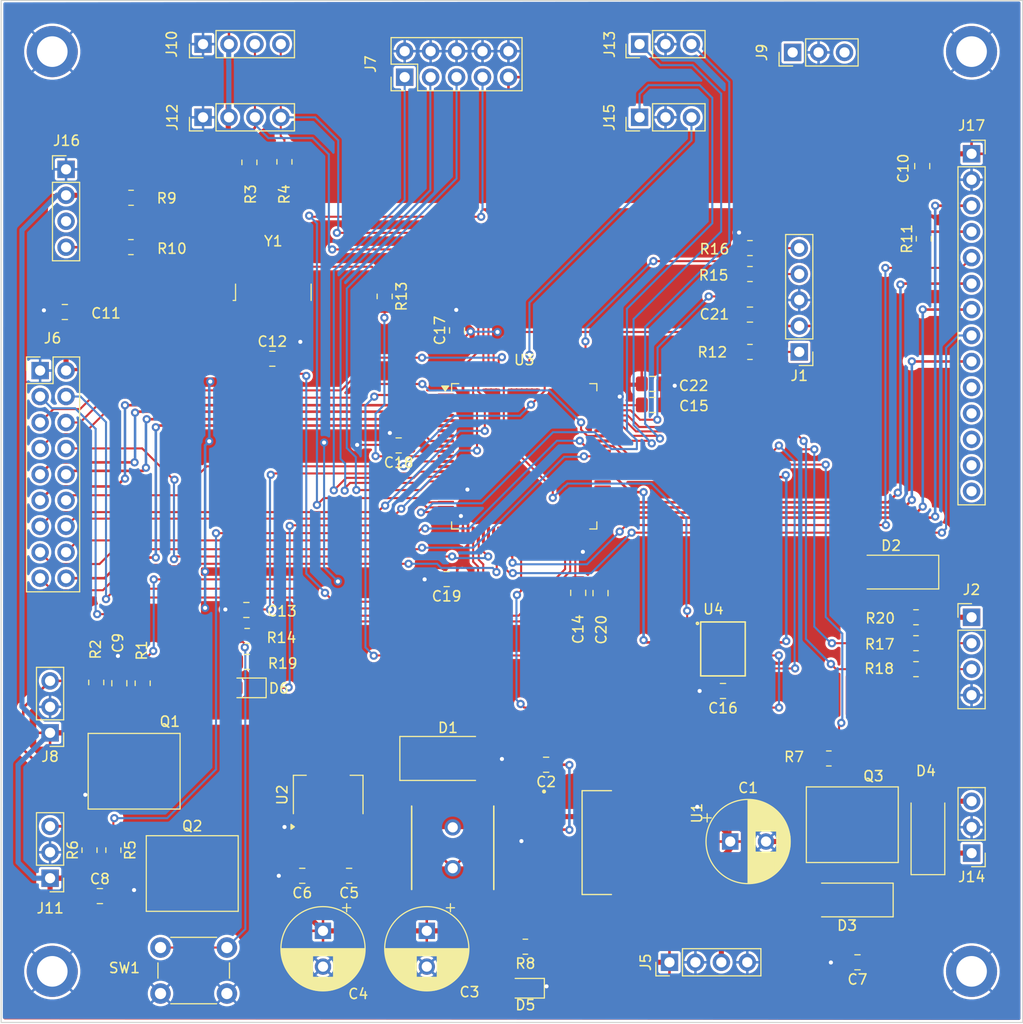
<source format=kicad_pcb>
(kicad_pcb (version 20241229) (generator "pcbnew") (generator_version "9.0")
  (layers (0 "F.Cu" signal) (2 "B.Cu" signal) (13 "F.Paste" user) (15 "B.Paste" user) (5 "F.SilkS" user "F.Silkscreen") (7 "B.SilkS" user "B.Silkscreen") (1 "F.Mask" user) (3 "B.Mask" user) (25 "Edge.Cuts" user))
  (net 0 "")
  (net 1 "GND")
  (net 2 "+12V")
  (net 3 "Net-(D3-K)")
  (net 4 "VCC")
  (net 5 "+3.3V")
  (net 6 "+5V")
  (net 7 "Net-(D5-A)")
  (net 8 "Net-(SW1-B)")
  (net 9 "UART2_RX")
  (net 10 "SPI1_NCS")
  (net 11 "Net-(C14-Pad1)")
  (net 12 "Net-(C15-Pad1)")
  (net 13 "FAN_OUT")
  (net 14 "/DevEBox/LED")
  (net 15 "Net-(D6-A)")
  (net 16 "/DevEBox/SWDIO")
  (net 17 "/DevEBox/SWCLK")
  (net 18 "Net-(J17-Pin_4)")
  (net 19 "/DevEBox/BOOT0")
  (net 20 "Net-(J2-Pin_2)")
  (net 21 "Net-(J2-Pin_1)")
  (net 22 "Net-(J2-Pin_3)")
  (net 23 "Net-(U3-PH0)")
  (net 24 "Net-(Y1-OUT)")
  (net 25 "UART1_RX")
  (net 26 "CAM_D1")
  (net 27 "/DevEBox/DM")
  (net 28 "CAM_D5")
  (net 29 "/DevEBox/DP")
  (net 30 "CAM_MCLK")
  (net 35 "CAM_D0")
  (net 37 "CAM_D3")
  (net 42 "CAM_D2")
  (net 43 "/DevEBox/QSPI_D3")
  (net 44 "/DevEBox/QSPI_CLK")
  (net 45 "UART1_TX")
  (net 46 "I2C2_SCL")
  (net 48 "UART2_TX")
  (net 49 "USER_GPIO3")
  (net 50 "SPI1_MISO")
  (net 51 "SERVO_OUT2")
  (net 52 "USER_GPIO4")
  (net 53 "TFT_INT")
  (net 54 "CAM_HS")
  (net 57 "NRESET")
  (net 58 "I2C1_SCL")
  (net 59 "TFT_RS")
  (net 61 "CAM_PCLK")
  (net 62 "ADC_IN2")
  (net 64 "USER_GPIO1")
  (net 65 "CAM_D7")
  (net 66 "CAM_D4")
  (net 67 "PWDN")
  (net 68 "CAM_VS")
  (net 69 "/DevEBox/QSPI_NCS")
  (net 70 "ADC_IN1")
  (net 71 "SPI1_MOSI")
  (net 72 "CAM_D6")
  (net 73 "USER_GPIO2")
  (net 74 "I2C1_SDA")
  (net 75 "SERVO_OUT1")
  (net 76 "SPI1_SCK")
  (net 77 "TFT_BL")
  (net 80 "/DevEBox/QSPI_D0")
  (net 81 "SPI2_SCK")
  (net 83 "SPI2_MOSI")
  (net 84 "SPI2_MISO")
  (net 85 "SPI2_NCS")
  (net 88 "/DevEBox/QSPI_D2")
  (net 89 "I2C2_SDA")
  (net 90 "Net-(Q1-B)")
  (net 91 "Net-(Q2-B)")
  (net 92 "Net-(Q3-B)")
  (net 93 "Net-(U1-BOOST)")
  (net 94 "Net-(D1-K)")
  (net 95 "Net-(D4-A)")
  (net 96 "/DevEBox/QSPI_D1")
  (net 106 "Net-(J8-Pin_3)")
  (net 107 "Net-(J11-Pin_3)")
  (footprint "EggClassifier:R_0805_2012Metric_Pad1.20x1.40mm_HandSolder" (layer "F.Cu") (at 89.3064 106.7308 90)
    (property "Reference" "R2")
    (property "Value" "4.7K")
  )
  (footprint "EggClassifier:R_0805_2012Metric_Pad1.20x1.40mm_HandSolder" (layer "F.Cu") (at 131.318 132.588 180)
    (property "Reference" "R8")
    (property "Value" "4.7K")
  )
  (footprint "EggClassifier:CP_Radial_D8.0mm_P3.50mm_Hole1.0mm" (layer "F.Cu") (at 111.506 131.036 -90)
    (property "Reference" "C4")
    (property "Value" "220uF")
  )
  (footprint "EggClassifier:PinHeader_1x03_P2.54mm_Vertical" (layer "F.Cu") (at 142.499 51.43 90)
    (property "Reference" "J15")
    (property "Value" "UART2")
  )
  (footprint "EggClassifier:LQFP-100_14x14mm_P0.5mm" (layer "F.Cu") (at 131.2064 84.6024)
    (property "Reference" "U3")
    (property "Value" "STM32H743VITx")
  )
  (footprint "EggClassifier:PinHeader_1x03_P2.54mm_Vertical" (layer "F.Cu") (at 84.7852 125.8824 180)
    (property "Reference" "J11")
    (property "Value" "SERVO2")
  )
  (footprint "EggClassifier:LED_0805_2012Metric_Pad1.15x1.40mm_HandSolder" (layer "F.Cu") (at 104.0792 107.2592 180)
    (property "Reference" "D6")
    (property "Value" "LED")
  )
  (footprint "EggClassifier:Hole, 3mm" (layer "F.Cu") (at 85 135)
    (property "Reference" "H2" (hide yes))
    (property "Value" "~" (hide yes))
  )
  (footprint "EggClassifier:Hole, 3mm" (layer "F.Cu") (at 175 45)
    (property "Reference" "H4" (hide yes))
    (property "Value" "~" (hide yes))
  )
  (footprint "EggClassifier:C_0805_2012Metric_Pad1.18x1.45mm_HandSolder" (layer "F.Cu") (at 114.0614 125.6488 180)
    (property "Reference" "C5")
    (property "Value" "106")
  )
  (footprint "EggClassifier:PinHeader_1x04_P2.54mm_Vertical" (layer "F.Cu") (at 175 100.3504)
    (property "Reference" "J2")
    (property "Value" "USB")
  )
  (footprint "EggClassifier:SOT-223-3_TabPin2" (layer "F.Cu") (at 93.0148 115.4176)
    (property "Reference" "Q1")
    (property "Value" "BCP56" (hide yes))
  )
  (footprint "EggClassifier:R_0805_2012Metric_Pad1.20x1.40mm_HandSolder" (layer "F.Cu") (at 104.0792 102.1792 180)
    (property "Reference" "R14")
    (property "Value" "4.7K")
  )
  (footprint "EggClassifier:L_SMD,8x8mm" (layer "F.Cu") (at 124.206 122.908 -90)
    (property "Reference" "L1" (hide yes))
    (property "Value" "33UH")
  )
  (footprint "EggClassifier:R_0805_2012Metric_Pad1.20x1.40mm_HandSolder" (layer "F.Cu") (at 153.3044 74.3866)
    (property "Reference" "R12")
    (property "Value" "4.7K")
  )
  (footprint "EggClassifier:PinHeader_1x04_P2.54mm_Vertical" (layer "F.Cu") (at 99.7612 44.2672 90)
    (property "Reference" "J10")
    (property "Value" "LCD_CHAR")
  )
  (footprint "EggClassifier:PinHeader_1x05_P2.54mm_Vertical" (layer "F.Cu") (at 158.1304 74.3866 180)
    (property "Reference" "J1")
    (property "Value" "ST-LINK")
  )
  (footprint "EggClassifier:C_0805_2012Metric_Pad1.18x1.45mm_HandSolder" (layer "F.Cu") (at 118.9128 83.5356 180)
    (property "Reference" "C18")
    (property "Value" "104")
  )
  (footprint "EggClassifier:R_0805_2012Metric_Pad1.20x1.40mm_HandSolder" (layer "F.Cu") (at 153.3044 66.7666)
    (property "Reference" "R15")
    (property "Value" "4.7K")
  )
  (footprint "EggClassifier:D_SMA_Handsoldering" (layer "F.Cu") (at 170.7288 121.026 90)
    (property "Reference" "D4")
    (property "Value" "SS36")
  )
  (footprint "EggClassifier:SW_PUSH_6mm_H4.3mm" (layer "F.Cu") (at 102.0968 137.1698 180)
    (property "Reference" "SW1")
    (property "Value" "RESET SW")
  )
  (footprint "EggClassifier:PinSocket_1x14_P2.54mm_Vertical" (layer "F.Cu") (at 175 55)
    (property "Reference" "J17")
    (property "Value" "TFT_SPI")
  )
  (footprint "EggClassifier:Oscillator_SMD_Abracon_ASV-4Pin_7.0x5.1mm_HandSoldering" (layer "F.Cu") (at 106.6446 68.5496)
    (property "Reference" "Y1")
    (property "Value" "25MHZ")
  )
  (footprint "EggClassifier:C_0805_2012Metric_Pad1.18x1.45mm_HandSolder" (layer "F.Cu") (at 91.567 106.807 90)
    (property "Reference" "C9")
    (property "Value" "104")
  )
  (footprint "EggClassifier:SOT-223-3_TabPin2" (layer "F.Cu") (at 163.322 120.65)
    (property "Reference" "Q3")
    (property "Value" "BCP56" (hide yes))
  )
  (footprint "EggClassifier:R_0805_2012Metric_Pad1.20x1.40mm_HandSolder" (layer "F.Cu") (at 104.0792 104.7192 180)
    (property "Reference" "R19")
    (property "Value" "4.7K")
  )
  (footprint "EggClassifier:PinHeader_1x03_P2.54mm_Vertical" (layer "F.Cu") (at 157.485 45.08 90)
    (property "Reference" "J9")
    (property "Value" "ADC_IN")
  )
  (footprint "EggClassifier:CP_Radial_D8.0mm_P3.50mm_Hole1.0mm" (layer "F.Cu") (at 121.666 131.036 -90)
    (property "Reference" "C3")
    (property "Value" "220uF")
  )
  (footprint "EggClassifier:R_0805_2012Metric_Pad1.20x1.40mm_HandSolder" (layer "F.Cu") (at 88.646 123.1392 90)
    (property "Reference" "R6")
    (property "Value" "4.7K")
  )
  (footprint "EggClassifier:D_SMA_Handsoldering" (layer "F.Cu") (at 167.2744 95.9308 180)
    (property "Reference" "D2")
    (property "Value" "SS36")
  )
  (footprint "EggClassifier:SOT-223-3_TabPin2" (layer "F.Cu") (at 98.7044 125.4252)
    (property "Reference" "Q2")
    (property "Value" "BCP56" (hide yes))
  )
  (footprint "EggClassifier:C_0805_2012Metric_Pad1.18x1.45mm_HandSolder" (layer "F.Cu") (at 136.4896 97.9628 -90)
    (property "Reference" "C14")
    (property "Value" "2.2uF")
  )
  (footprint "EggClassifier:R_0805_2012Metric_Pad1.20x1.40mm_HandSolder" (layer "F.Cu") (at 170.3224 63.3172 90)
    (property "Reference" "R11")
    (property "Value" "4.7K")
  )
  (footprint "EggClassifier:Hole, 3mm" (layer "F.Cu") (at 85 45)
    (property "Reference" "H1" (hide yes))
    (property "Value" "~" (hide yes))
  )
  (footprint "EggClassifier:Hole, 3mm" (layer "F.Cu") (at 175 135)
    (property "Reference" "H3" (hide yes))
    (property "Value" "~" (hide yes))
  )
  (footprint "EggClassifier:R_0805_2012Metric_Pad1.20x1.40mm_HandSolder" (layer "F.Cu") (at 169.5604 100.3504)
    (property "Reference" "R20")
    (property "Value" "0")
  )
  (footprint "EggClassifier:R_0805_2012Metric_Pad1.20x1.40mm_HandSolder" (layer "F.Cu") (at 92.7 64.13 180)
    (property "Reference" "R10")
    (property "Value" "4.7K")
  )
  (footprint "EggClassifier:R_0805_2012Metric_Pad1.20x1.40mm_HandSolder" (layer "F.Cu") (at 92.716 59.304 180)
    (property "Reference" "R9")
    (property "Value" "4.7K")
  )
  (footprint "EggClassifier:PinHeader_1x03_P2.54mm_Vertical" (layer "F.Cu") (at 175.006 123.429 180)
    (property "Reference" "J14")
    (property "Value" "FAN")
  )
  (footprint "EggClassifier:C_0805_2012Metric_Pad1.18x1.45mm_HandSolder" (layer "F.Cu") (at 104.003 99.6392 180)
    (property "Reference" "C13")
    (property "Value" "104")
  )
  (footprint "EggClassifier:CP_Radial_D8.0mm_P3.50mm_Hole1.0mm" (layer "F.Cu") (at 151.374 122.296)
    (property "Reference" "C1")
    (property "Value" "100uF")
  )
  (footprint "EggClassifier:D_SMB_Handsoldering" (layer "F.Cu") (at 123.7388 114.168)
    (property "Reference" "D1")
    (property "Value" "SS56BF")
  )
  (footprint "EggClassifier:PinHeader_1x04_P2.54mm_Vertical" (layer "F.Cu") (at 99.7612 51.43 90)
    (property "Reference" "J12")
    (property "Value" "BME280")
  )
  (footprint "EggClassifier:PinHeader_1x04_P2.54mm_Vertical" (layer "F.Cu") (at 86.35 56.52)
    (property "Reference" "J16")
    (property "Value" "AS7265X")
  )
  (footprint "EggClassifier:R_0805_2012Metric_Pad1.20x1.40mm_HandSolder" (layer "F.Cu") (at 153.3044 64.2266 180)
    (property "Reference" "R16")
    (property "Value" "4.7K")
  )
  (footprint "EggClassifier:D_SMA_Handsoldering" (layer "F.Cu") (at 162.814 128.016 180)
    (property "Reference" "D3")
    (property "Value" "SS36")
  )
  (footprint "EggClassifier:C_0805_2012Metric_Pad1.18x1.45mm_HandSolder" (layer "F.Cu") (at 106.543 75.052)
    (property "Reference" "C12")
    (property "Value" "104")
  )
  (footprint "EggClassifier:R_0805_2012Metric_Pad1.20x1.40mm_HandSolder" (layer "F.Cu") (at 90.9828 123.1392 -90)
    (property "Reference" "R5")
    (property "Value" "220")
  )
  (footprint "EggClassifier:C_0805_2012Metric_Pad1.18x1.45mm_HandSolder" (layer "F.Cu") (at 123.6118 96.6166 180)
    (property "Reference" "C19")
    (property "Value" "104")
  )
  (footprint "EggClassifier:R_0805_2012Metric_Pad1.20x1.40mm_HandSolder" (layer "F.Cu") (at 169.5604 105.4304)
    (property "Reference" "R18")
    (property "Value" "33")
  )
  (footprint "EggClassifier:LED_0805_2012Metric_Pad1.15x1.40mm_HandSolder" (layer "F.Cu") (at 131.318 136.652 180)
    (property "Reference" "D5")
    (property "Value" "LED")
  )
  (footprint "EggClassifier:PinHeader_1x03_P2.54mm_Vertical" (layer "F.Cu") (at 142.499 44.2672 90)
    (property "Reference" "J13")
    (property "Value" "UART1")
  )
  (footprint "EggClassifier:R_0805_2012Metric_Pad1.20x1.40mm_HandSolder" (layer "F.Cu") (at 117.5412 68.956 -90)
    (property "Reference" "R13")
    (property "Value" "33")
  )
  (footprint "EggClassifier:R_0805_2012Metric_Pad1.20x1.40mm_HandSolder" (layer "F.Cu") (at 107.729333 55.788056 90)
    (property "Reference" "R4")
    (property "Value" "4.7K")
  )
  (footprint "EggClassifier:R_0805_2012Metric_Pad1.20x1.40mm_HandSolder" (layer "F.Cu") (at 104.300333 55.838856 90)
    (property "Reference" "R3")
    (property "Value" "4.7K")
  )
  (footprint "EggClassifier:C_0805_2012Metric_Pad1.18x1.45mm_HandSolder" (layer "F.Cu") (at 163.83 134.112 180)
    (property "Reference" "C7")
    (property "Value" "104")
  )
  (footprint "EggClassifier:C_0805_2012Metric_Pad1.18x1.45mm_HandSolder" (layer "F.Cu") (at 170.17 56.2052 -90)
    (property "Reference" "C10")
    (property "Value" "106")
  )
  (footprint "EggClassifier:C_0805_2012Metric_Pad1.18x1.45mm_HandSolder" (layer "F.Cu") (at 109.474 125.6488 180)
    (property "Reference" "C6")
    (property "Value" "106")
  )
  (footprint "EggClassifier:C_0805_2012Metric_Pad1.18x1.45mm_HandSolder" (layer "F.Cu") (at 124.6278 72.2834 90)
    (property "Reference" "C17")
    (property "Value" "104")
  )
  (footprint "EggClassifier:PinHeader_2x05_P2.54mm_Vertical" (layer "F.Cu") (at 119.502 47.498 90)
    (property "Reference" "J7")
    (property "Value" "USER_GPIO")
  )
  (footprint "EggClassifier:R_0805_2012Metric_Pad1.20x1.40mm_HandSolder" (layer "F.Cu") (at 161.026 114.168 180)
    (property "Reference" "R7")
    (property "Value" "220")
  )
  (footprint "EggClassifier:SOIC-8_L5.3-W5.3-P1.27-LS8.0-BL" (layer "F.Cu") (at 150.6628 103.4492 -90)
    (property "Reference" "U4")
    (property "Value" "W25Q128")
  )
  (footprint "EggClassifier:PinHeader_1x04_P2.54mm_Vertical" (layer "F.Cu") (at 145.425 134.112 90)
    (property "Reference" "J5")
    (property "Value" "POWER")
  )
  (footprint "EggClassifier:C_0805_2012Metric_Pad1.18x1.45mm_HandSolder" (layer "F.Cu") (at 143.754 79.5732)
    (property "Reference" "C15")
    (property "Value" "2.2uF")
  )
  (footprint "EggClassifier:PinHeader_1x03_P2.54mm_Vertical" (layer "F.Cu") (at 84.7852 111.6584 180)
    (property "Reference" "J8")
    (property "Value" "SERVO1")
  )
  (footprint "EggClassifier:R_0805_2012Metric_Pad1.20x1.40mm_HandSolder" (layer "F.Cu") (at 93.853 106.807 -90)
    (property "Reference" "R1")
    (property "Value" "220")
  )
  (footprint "EggClassifier:PinHeader_2x09_P2.54mm_Vertical" (layer "F.Cu") (at 83.81 76.21)
    (property "Reference" "J6")
    (property "Value" "DCMI_CAMERA")
  )
  (footprint "EggClassifier:R_0805_2012Metric_Pad1.20x1.40mm_HandSolder" (layer "F.Cu") (at 169.5604 102.8904)
    (property "Reference" "R17")
    (property "Value" "33")
  )
  (footprint "EggClassifier:C_0805_2012Metric_Pad1.18x1.45mm_HandSolder" (layer "F.Cu") (at 143.754 77.5158)
    (property "Reference" "C22")
    (property "Value" "106")
  )
  (footprint "EggClassifier:TO127P1435X464-8N" (layer "F.Cu") (at 139.446 122.4 -90)
    (property "Reference" "U1")
    (property "Value" "LM2676S-5")
  )
  (footprint "EggClassifier:C_0805_2012Metric_Pad1.18x1.45mm_HandSolder" (layer "F.Cu") (at 133.35 114.78 180)
    (property "Reference" "C2")
    (property "Value" "103")
  )
  (footprint "EggClassifier:C_0805_2012Metric_Pad1.18x1.45mm_HandSolder" (layer "F.Cu") (at 150.6628 107.564 180)
    (property "Reference" "C16")
    (property "Value" "104")
  )
  (footprint "EggClassifier:C_0805_2012Metric_Pad1.18x1.45mm_HandSolder" (layer "F.Cu") (at 138.674 97.9882 -90)
    (property "Reference" "C20")
    (property "Value" "104")
  )
  (footprint "EggClassifier:C_0805_2012Metric_Pad1.18x1.45mm_HandSolder" (layer "F.Cu") (at 89.662 127.635)
    (property "Reference" "C8")
    (property "Value" "104")
  )
  (footprint "EggClassifier:C_0805_2012Metric_Pad1.18x1.45mm_HandSolder" (layer "F.Cu") (at 86.233 70.48)
    (property "Reference" "C11")
    (property "Value" "104")
  )
  (footprint "EggClassifier:SOT-223-3_TabPin2" (layer "F.Cu") (at 112.014 117.724 90)
    (property "Reference" "U2")
    (property "Value" "AMS1117-3.3")
  )
  (footprint "EggClassifier:C_0805_2012Metric_Pad1.18x1.45mm_HandSolder" (layer "F.Cu") (at 153.3044 70.734 180)
    (property "Reference" "C21")
    (property "Value" "104")
  )
  (gr_rect (start 80 40) (end 180 140) (stroke (width 0.1)) (fill no) (layer "Edge.Cuts"))
  (segment (start 107.9146 74.7726) (end 109.2862 73.401) (width 0.2) (layer "F.Cu") (net 1))
  (segment (start 156.9366 122.931) (end 156.3016 122.296) (width 0.5) (layer "F.Cu") (net 1))
  (segment (start 153.8693 69.3066) (end 158.1304 69.3066) (width 0.2) (layer "F.Cu") (net 1))
  (segment (start 126.1021 71.3955) (end 125.2628 71.3955) (width 0.2) (layer "F.Cu") (net 1))
  (segment (start 92.5213 127.0441) (end 92.5212 127.044) (width 0.25) (layer "F.Cu") (net 1))
  (segment (start 121.4528 96.642) (end 121.4567 96.6459) (width 0.2) (layer "F.Cu") (net 1))
  (segment (start 121.2496 82.3164) (end 122.0356 83.1024) (width 0.2) (layer "F.Cu") (net 1))
  (segment (start 147.1328 106.32) (end 147.1328 105.3592) (width 0.2) (layer "F.Cu") (net 1))
  (segment (start 129.022 114.2188) (end 128.7172 114.2188) (width 0.25) (layer "F.Cu") (net 1))
  (segment (start 122.0356 83.1024) (end 123.5314 83.1024) (width 0.2) (layer "F.Cu") (net 1))
  (segment (start 91.2903 127.044) (end 90.6995 127.635) (width 0.25) (layer "F.Cu") (net 1))
  (segment (start 125.7064 75.345) (end 126.7106 74.3408) (width 0.2) (layer "F.Cu") (net 1))
  (segment (start 88.2359 117.7226) (end 89.8598 117.7226) (width 0.25) (layer "F.Cu") (net 1))
  (segment (start 125.6438 87.8536) (end 125.3926 87.6024) (width 0.2) (layer "F.Cu") (net 1))
  (segment (start 125.7064 76.9274) (end 125.7064 75.345) (width 0.2) (layer "F.Cu") (net 1))
  (segment (start 149.8003 107.564) (end 148.3768 107.564) (width 0.2) (layer "F.Cu") (net 1))
  (segment (start 133.3868 136.4624) (end 133.3868 136.462) (width 0.25) (layer "F.Cu") (net 1))
  (segment (start 84.1821 70.3155) (end 85.031 70.3155) (width 0.25) (layer "F.Cu") (net 1))
  (segment (start 109.2746 73.3894) (end 109.2746 71.0496) (width 0.2) (layer "F.Cu") (net 1))
  (segment (start 161.2496 134.112) (end 161.2292 134.1324) (width 0.25) (layer "F.Cu") (net 1))
  (segment (start 118.0492 82.3164) (end 121.2496 82.3164) (width 0.2) (layer "F.Cu") (net 1))
  (segment (start 175 57.54) (end 170.4673 57.54) (width 0.2) (layer "F.Cu") (net 1))
  (segment (start 133.256 122.4) (end 130.457 122.4) (width 0.25) (layer "F.Cu") (net 1))
  (segment (start 92.5212 127.044) (end 91.2903 127.044) (width 0.25) (layer "F.Cu") (net 1))
  (segment (start 118.0492 82.3164) (end 118.0492 83.5345) (width 0.2) (layer "F.Cu") (net 1))
  (segment (start 162.7925 134.112) (end 161.2496 134.112) (width 0.25) (layer "F.Cu") (net 1))
  (segment (start 126.7106 74.3408) (end 126.7106 72.004) (width 0.2) (layer "F.Cu") (net 1))
  (segment (start 91.5368 104.2418) (end 91.5368 105.7997) (width 0.25) (layer "F.Cu") (net 1))
  (segment (start 156.3016 122.296) (end 154.874 122.296) (width 0.5) (layer "F.Cu") (net 1))
  (segment (start 128.7172 114.2188) (end 128.6664 114.168) (width 0.25) (layer "F.Cu") (net 1))
  (segment (start 126.7106 72.004) (end 126.1021 71.3955) (width 0.2) (layer "F.Cu") (net 1))
  (segment (start 152.4419 70.734) (end 153.8693 69.3066) (width 0.2) (layer "F.Cu") (net 1))
  (segment (start 109.714 120.874) (end 107.7372 120.874) (width 0.2) (layer "F.Cu") (net 1))
  (segment (start 103.1405 99.6392) (end 101.9964 99.6392) (width 0.2) (layer "F.Cu") (net 1))
  (segment (start 91.43 104.135) (end 91.5368 104.2418) (width 0.25) (layer "F.Cu") (net 1))
  (segment (start 148.3768 107.564) (end 147.1328 106.32) (width 0.2) (layer "F.Cu") (net 1))
  (segment (start 109.2862 73.401) (end 109.2746 73.3894) (width 0.2) (layer "F.Cu") (net 1))
  (segment (start 144.6165 77.6936) (end 145.9384 77.6936) (width 0.2) (layer "F.Cu") (net 1))
  (segment (start 101.9964 99.6392) (end 101.9456 99.5884) (width 0.2) (layer "F.Cu") (net 1))
  (segment (start 152.3044 64.2266) (end 152.3044 62.7744) (width 0.2) (layer "F.Cu") (net 1))
  (segment (start 136.4896 99.0003) (end 138.2958 99.0003) (width 0.2) (layer "F.Cu") (net 1))
  (segment (start 138.8814 79.1024) (end 140.2116 79.1024) (width 0.2) (layer "F.Cu") (net 1))
  (segment (start 93.7935 127.83) (end 93.0076 127.0441) (width 0.25) (layer "F.Cu") (net 1))
  (segment (start 144.6165 77.6936) (end 144.6165 79.3982) (width 0.2) (layer "F.Cu") (net 1))
  (segment (start 125.3926 87.6024) (end 123.5314 87.6024) (width 0.2) (layer "F.Cu") (net 1))
  (segment (start 128.6664 114.168) (end 126.4388 114.168) (width 0.25) (layer "F.Cu") (net 1))
  (segment (start 125.0064 90.4444) (end 125.2064 90.6444) (width 0.2) (layer "F.Cu") (net 1))
  (segment (start 121.4567 96.6459) (end 122.545 96.6459) (width 0.2) (layer "F.Cu") (net 1))
  (segment (start 148.1481 118.9035) (end 143.606 118.9035) (width 0.25) (layer "F.Cu") (net 1))
  (segment (start 114.8488 83.4848) (end 117.9995 83.4848) (width 0.2) (layer "F.Cu") (net 1))
  (segment (start 140.2116 79.1024) (end 140.5536 78.7604) (width 0.2) (layer "F.Cu") (net 1))
  (segment (start 136.9468 93.9496) (end 136.7064 93.7092) (width 0.2) (layer "F.Cu") (net 1))
  (segment (start 152.3044 74.3866) (end 152.3044 70.8715) (width 0.2) (layer "F.Cu") (net 1))
  (segment (start 125.2064 90.6444) (end 125.2064 92.2774) (width 0.2) (layer "F.Cu") (net 1))
  (segment (start 108.4365 125.6488) (end 107.178 125.6488) (width 0.2) (layer "F.Cu") (net 1))
  (segment (start 107.7372 120.874) (end 107.7368 120.8736) (width 0.2) (layer "F.Cu") (net 1))
  (segment (start 160.153 122.931) (end 156.9366 122.931) (width 0.5) (layer "F.Cu") (net 1))
  (segment (start 93.0076 127.0441) (end 92.5213 127.0441) (width 0.25) (layer "F.Cu") (net 1))
  (segment (start 136.7064 93.7092) (end 136.7064 92.2774) (width 0.2) (layer "F.Cu") (net 1))
  (segment (start 133.731 136.462) (end 132.153 136.462) (width 0.25) (layer "F.Cu") (net 1))
  (segment (start 95.4496 127.83) (end 93.7935 127.83) (width 0.25) (layer "F.Cu") (net 1))
  (segment (start 152.3044 62.7744) (end 152.2376 62.7076) (width 0.2) (layer "F.Cu") (net 1))
  (via (at 88.2359 117.7226) (size 0.8) (drill 0.4) (layers "F.Cu" "B.Cu") (net 1))
  (via (at 114.8488 83.4848) (size 0.8) (drill 0.4) (layers "F.Cu" "B.Cu") (net 1))
  (via (at 161.2292 134.1324) (size 0.8) (drill 0.4) (layers "F.Cu" "B.Cu") (net 1))
  (via (at 148.1481 118.9035) (size 0.8) (drill 0.4) (layers "F.Cu" "B.Cu") (net 1))
  (via (at 152.2376 62.7076) (size 0.8) (drill 0.4) (layers "F.Cu" "B.Cu") (net 1))
  (via (at 133.3868 136.4624) (size 0.8) (drill 0.4) (layers "F.Cu" "B.Cu") (net 1))
  (via (at 118.0492 82.3164) (size 0.8) (drill 0.4) (layers "F.Cu" "B.Cu") (net 1))
  (via (at 121.4528 96.642) (size 0.8) (drill 0.4) (layers "F.Cu" "B.Cu") (net 1))
  (via (at 107.7368 120.8736) (size 0.8) (drill 0.4) (layers "F.Cu" "B.Cu") (net 1))
  (via (at 101.9456 99.5884) (size 0.8) (drill 0.4) (layers "F.Cu" "B.Cu") (net 1))
  (via (at 91.43 104.135) (size 0.8) (drill 0.4) (layers "F.Cu" "B.Cu") (net 1))
  (via (at 125.6438 87.8536) (size 0.8) (drill 0.4) (layers "F.Cu" "B.Cu") (net 1))
  (via (at 145.9384 77.6936) (size 0.8) (drill 0.4) (layers "F.Cu" "B.Cu") (net 1))
  (via (at 140.5536 78.7604) (size 0.8) (drill 0.4) (layers "F.Cu" "B.Cu") (net 1))
  (via (at 148.3768 107.564) (size 0.8) (drill 0.4) (layers "F.Cu" "B.Cu") (net 1))
  (via (at 136.9468 93.9496) (size 0.8) (drill 0.4) (layers "F.Cu" "B.Cu") (net 1))
  (via (at 124.5516 70.2768) (size 0.8) (drill 0.4) (layers "F.Cu" "B.Cu") (net 1))
  (via (at 125.0064 90.4444) (size 0.8) (drill 0.4) (layers "F.Cu" "B.Cu") (net 1))
  (via (at 109.2862 73.401) (size 0.8) (drill 0.4) (layers "F.Cu" "B.Cu") (net 1))
  (via (at 84.1821 70.3155) (size 0.8) (drill 0.4) (layers "F.Cu" "B.Cu") (net 1))
  (via (at 93.0076 127.0441) (size 0.8) (drill 0.4) (layers "F.Cu" "B.Cu") (net 1))
  (via (at 107.178 125.6488) (size 0.8) (drill 0.4) (layers "F.Cu" "B.Cu") (net 1))
  (via (at 129.022 114.2188) (size 0.8) (drill 0.4) (layers "F.Cu" "B.Cu") (net 1))
  (via (at 130.9309 122.254) (size 0.8) (drill 0.4) (layers "F.Cu" "B.Cu") (net 1))
  (segment (start 138.684 119.888) (end 138.684 115.951) (width 0.5) (layer "F.Cu") (net 2))
  (segment (start 150.622 121.036) (end 151.374 121.788) (width 0.5) (layer "F.Cu") (net 2))
  (segment (start 138.684 115.951) (end 150.622 115.951) (width 0.5) (layer "F.Cu") (net 2))
  (segment (start 150.505 134.112) (end 150.505 128.3358) (width 0.5) (layer "F.Cu") (net 2))
  (segment (start 150.622 115.951) (end 150.622 121.036) (width 0.5) (layer "F.Cu") (net 2))
  (segment (start 151.374 123.0072) (end 151.374 122.296) (width 0.5) (layer "F.Cu") (net 2))
  (segment (start 150.4596 128.2904) (end 150.622 128.128) (width 0.5) (layer "F.Cu") (net 2))
  (segment (start 160.814 128.016) (end 150.622 128.016) (width 0.5) (layer "F.Cu") (net 2))
  (segment (start 150.622 123.7592) (end 151.374 123.0072) (width 0.5) (layer "F.Cu") (net 2))
  (segment (start 150.505 128.3358) (end 150.4596 128.2904) (width 0.5) (layer "F.Cu") (net 2))
  (segment (start 150.622 128.016) (end 150.622 123.7592) (width 0.5) (layer "F.Cu") (net 2))
  (segment (start 133.256 119.86) (end 138.656 119.86) (width 0.5) (layer "F.Cu") (net 2))
  (segment (start 138.656 119.86) (end 138.684 119.888) (width 0.5) (layer "F.Cu") (net 2))
  (segment (start 150.622 128.128) (end 150.622 123.7592) (width 0.5) (layer "F.Cu") (net 2))
  (segment (start 164.868 129.5805) (end 164.868 128.07) (width 0.5) (layer "F.Cu") (net 3))
  (segment (start 170.7288 123.526) (end 170.7288 125.7504) (width 0.5) (layer "F.Cu") (net 3))
  (segment (start 164.868 129.5805) (end 164.814 129.5265) (width 0.25) (layer "F.Cu") (net 3))
  (segment (start 175.006 123.429) (end 170.8258 123.429) (width 0.5) (layer "F.Cu") (net 3))
  (segment (start 168.4632 128.016) (end 165.314 128.016) (width 0.5) (layer "F.Cu") (net 3))
  (segment (start 164.8675 132.419) (end 164.8675 134.112) (width 0.25) (layer "F.Cu") (net 3))
  (segment (start 164.814 129.5265) (end 164.814 128.016) (width 0.25) (layer "F.Cu") (net 3))
  (segment (start 164.868 133.746) (end 164.868 132.4185) (width 0.5) (layer "F.Cu") (net 3))
  (segment (start 164.868 132.4185) (end 164.868 133.746) (width 0.25) (layer "F.Cu") (net 3))
  (segment (start 164.868 131.091) (end 164.868 129.5805) (width 0.5) (layer "F.Cu") (net 3))
  (segment (start 164.868 132.4185) (end 164.8675 132.419) (width 0.25) (layer "F.Cu") (net 3))
  (segment (start 164.868 131.091) (end 164.868 132.4185) (width 0.25) (layer "F.Cu") (net 3))
  (segment (start 170.7288 125.7504) (end 168.4632 128.016) (width 0.5) (layer "F.Cu") (net 3))
  (segment (start 164.868 132.4185) (end 164.868 131.091) (width 0.5) (layer "F.Cu") (net 3))
  (segment (start 115.1282 123.9724) (end 115.1282 125.5422) (width 0.5) (layer "F.Cu") (net 4))
  (segment (start 86.35 59.06) (end 87.575 59.06) (width 0.5) (layer "F.Cu") (net 4))
  (segment (start 90.9055 129.916) (end 110.386 129.916) (width 0.5) (layer "F.Cu") (net 4))
  (segment (start 130.766 131.036) (end 132.318 132.588) (width 0.5) (layer "F.Cu") (net 4))
  (segment (start 86.0106 111.658) (end 86.5886 111.658) (width 0.5) (layer "F.Cu") (net 4))
  (segment (start 85.9352 125.8822) (end 85.9354 125.882) (width 0.5) (layer "F.Cu") (net 4))
  (segment (start 115.175 125.589) (end 124.855 125.589) (width 0.5) (layer "F.Cu") (net 4))
  (segment (start 114.3 122.29) (end 114.3 122.6262) (width 0.5) (layer "F.Cu") (net 4))
  (segment (start 145.425 134.112) (end 133.842 134.112) (width 0.5) (layer "F.Cu") (net 4))
  (segment (start 114.3 122.6262) (end 114.3 123.1442) (width 0.5) (layer "F.Cu") (net 4))
  (segment (start 91.567 107.8445) (end 89.4201 107.8445) (width 0.5) (layer "F.Cu") (net 4))
  (segment (start 84.7852 111.6584) (end 86.0102 111.6584) (width 0.5) (layer "F.Cu") (net 4))
  (segment (start 89.4201 108.5375) (end 89.4201 107.8445) (width 0.5) (layer "F.Cu") (net 4))
  (segment (start 86.0102 111.6584) (end 86.0106 111.658) (width 0.5) (layer "F.Cu") (net 4))
  (segment (start 114.314 122.6122) (end 114.314 120.874) (width 0.5) (layer "F.Cu") (net 4))
  (segment (start 115.0835 125.6642) (end 115.0835 131.0067) (width 0.5) (layer "F.Cu") (net 4))
  (segment (start 175 55) (end 170.3377 55) (width 0.5) (layer "F.Cu") (net 4))
  (segment (start 115.0835 131.0067) (end 115.1128 131.036) (width 0.5) (layer "F.Cu") (net 4))
  (segment (start 102.225 54.732) (end 102.225 50.1346) (width 0.5) (layer "F.Cu") (net 4))
  (segment (start 87.6786 124.139) (end 88.6458 124.139) (width 0.5) (layer "F.Cu") (net 4))
  (segment (start 88.6245 127.635) (end 90.9055 129.916) (width 0.5) (layer "F.Cu") (net 4))
  (segment (start 84.7852 111.658) (end 86.0106 111.658) (width 0.5) (layer "F.Cu") (net 4))
  (segment (start 86.2996 111.658) (end 89.4201 108.5375) (width 0.5) (layer "F.Cu") (net 4))
  (segment (start 84.7852 125.8822) (end 85.9352 125.8822) (width 0.5) (layer "F.Cu") (net 4))
  (segment (start 133.842 134.112) (end 132.318 132.588) (width 0.5) (layer "F.Cu") (net 4))
  (segment (start 85.9354 125.882) (end 84.7856 125.882) (width 0.5) (layer "F.Cu") (net 4))
  (segment (start 85.217 127.635) (end 84.7852 127.2032) (width 0.5) (layer "F.Cu") (net 4))
  (segment (start 84.7852 127.2032) (end 84.7852 125.8824) (width 0.5) (layer "F.Cu") (net 4))
  (segment (start 85.9354 125.882) (end 87.6786 124.139) (width 0.5) (layer "F.Cu") (net 4))
  (segment (start 110.386 129.916) (end 111.506 131.036) (width 0.5) (layer "F.Cu") (net 4))
  (segment (start 114.3 123.1442) (end 115.1282 123.9724) (width 0.5) (layer "F.Cu") (net 4))
  (segment (start 114.3 122.6262) (end 114.314 122.6122) (width 0.5) (layer "F.Cu") (net 4))
  (segment (start 124.206 126.238) (end 125.504 124.94) (width 0.5) (layer "F.Cu") (net 4))
  (segment (start 121.666 131.036) (end 115.1128 131.036) (width 0.5) (layer "F.Cu") (net 4))
  (segment (start 87.575 59.06) (end 91.903 54.732) (width 0.5) (layer "F.Cu") (net 4))
  (segment (start 115.1128 131.036) (end 111.506 131.036) (width 0.5) (layer "F.Cu") (net 4))
  (segment (start 91.903 54.732) (end 102.225 54.732) (width 0.5) (layer "F.Cu") (net 4))
  (segment (start 125.504 124.94) (end 133.256 124.94) (width 0.5) (layer "F.Cu") (net 4))
  (segment (start 121.666 131.036) (end 130.766 131.036) (width 0.5) (layer "F.Cu") (net 4))
  (segment (start 88.6245 127.635) (end 85.217 127.635) (width 0.5) (layer "F.Cu") (net 4))
  (segment (start 82.032 62.479) (end 85.461 59.05) (width 0.5) (layer "B.Cu") (net 4))
  (segment (start 82.032 109.088) (end 82.032 62.479) (width 0.5) (layer "B.Cu") (net 4))
  (segment (start 81.661 124.333) (end 83.2104 125.8824) (width 0.5) (layer "B.Cu") (net 4))
  (segment (start 85.461 59.05) (end 86.35 59.05) (width 0.5) (layer "B.Cu") (net 4))
  (segment (start 84.6024 111.6584) (end 82.032 109.088) (width 0.5) (layer "B.Cu") (net 4))
  (segment (start 102.2858 51.360989) (end 102.075133 51.571656) (width 0.5) (layer "B.Cu") (net 4))
  (segment (start 84.7852 111.6584) (end 81.661 114.7826) (width 0.5) (layer "B.Cu") (net 4))
  (segment (start 83.2104 125.8824) (end 84.7852 125.8824) (width 0.5) (layer "B.Cu") (net 4))
  (segment (start 102.2858 46.2896) (end 102.2858 51.360989) (width 0.5) (layer "B.Cu") (net 4))
  (segment (start 81.661 114.7826) (end 81.661 124.333) (width 0.5) (layer "B.Cu") (net 4))
  (segment (start 102.2758 44.2926) (end 102.2758 46.2796) (width 0.5) (layer "B.Cu") (net 4))
  (segment (start 102.2758 46.2796) (end 102.2858 46.2896) (width 0.5) (layer "B.Cu") (net 4))
  (segment (start 124.9448 88.6024) (end 123.5314 88.6024) (width 0.2) (layer "F.Cu") (net 5))
  (segment (start 125.466 94.8386) (end 125.466 93.4924) (width 0.25) (layer "F.Cu") (net 5))
  (segment (start 170.3224 64.3172) (end 161.4672 64.3172) (width 0.25) (layer "F.Cu") (net 5))
  (segment (start 124.9448 88.196) (end 124.9448 88.6024) (width 0.2) (layer "F.Cu") (net 5))
  (segment (start 137.8104 92.2732) (end 138.6486 93.1114) (width 0.25) (layer "F.Cu") (net 5))
  (segment (start 112.014 122.54) (end 110.5115 124.0425) (width 0.5) (layer "F.Cu") (net 5))
  (segment (start 122.1894 88.6024) (end 123.5314 88.6024) (width 0.2) (layer "F.Cu") (net 5))
  (segment (start 89.779 70.48) (end 93.7 66.559) (width 0.5) (layer "F.Cu") (net 5))
  (segment (start 138.8814 78.0958) (end 139.2836 77.6936) (width 0.2) (layer "F.Cu") (net 5))
  (segment (start 121.2496 83.4848) (end 119.9597 83.4848) (width 0.25) (layer "F.Cu") (net 5))
  (segment (start 138.6486 93.1114) (end 138.6486 96.9225) (width 0.25) (layer "F.Cu") (net 5))
  (segment (start 125.7064 91.0032) (end 125.974 90.7356) (width 0.2) (layer "F.Cu") (net 5))
  (segment (start 125.2064 74.7726) (end 124.6278 74.194) (width 0.25) (layer "F.Cu") (net 5))
  (segment (start 137.2064 90.9072) (end 135.0164 88.7172) (width 0.25) (layer "F.Cu") (net 5))
  (segment (start 125.466 93.4924) (end 125.7064 93.252) (width 0.25) (layer "F.Cu") (net 5))
  (segment (start 125.212 76.933) (end 125.212 80.9044) (width 0.25) (layer "F.Cu") (net 5))
  (segment (start 138.8814 78.6024) (end 138.8814 78.0958) (width 0.2) (layer "F.Cu") (net 5))
  (segment (start 139.2836 77.6936) (end 142.8915 77.6936) (width 0.2) (layer "F.Cu") (net 5))
  (segment (start 124.6493 95.6553) (end 125.466 94.8386) (width 0.25) (layer "F.Cu") (net 5))
  (segment (start 135.0164 79.6748) (end 136.0888 78.6024) (width 0.25) (layer "F.Cu") (net 5))
  (segment (start 123.5314 88.1024) (end 124.8512 88.1024) (width 0.2) (layer "F.Cu") (net 5))
  (segment (start 125.7064 93.252) (end 125.7064 92.2774) (width 0.25) (layer "F.Cu") (net 5))
  (segment (start 161.4672 64.3172) (end 161.4324 64.2824) (width 0.25) (layer "F.Cu") (net 5))
  (segment (start 125.3644 81.4528) (end 125.014 81.1024) (width 0.2) (layer "F.Cu") (net 5))
  (segment (start 137.2106 92.2732) (end 137.8104 92.2732) (width 0.25) (layer "F.Cu") (net 5))
  (segment (start 122.164 88.577) (end 122.1894 88.6024) (width 0.2) (layer "F.Cu") (net 5))
  (segment (start 112.014 114.574) (end 112.014 120.874) (width 0.5) (layer "F.Cu") (net 5))
  (segment (start 112.014 114.574) (end 112.014 107.6402) (width 0.5) (layer "F.Cu") (net 5))
  (segment (start 125.0127 73.3209) (end 125.9486 72.385) (width 0.2) (layer "F.Cu") (net 5))
  (segment (start 121.3672 83.6024) (end 121.2496 83.4848) (width 0.25) (layer "F.Cu") (net 5))
  (segment (start 123.5314 83.6024) (end 121.3672 83.6024) (width 0.25) (layer "F.Cu") (net 5))
  (segment (start 125.3644 83.434) (end 125.3644 81.4528) (width 0.2) (layer "F.Cu") (net 5))
  (segment (start 125.974 90.7356) (end 125.974 89.6316) (width 0.2) (layer "F.Cu") (net 5))
  (segment (start 125.014 81.1024) (end 123.5314 81.1024) (width 0.2) (layer "F.Cu") (net 5))
  (segment (start 123.5314 83.6024) (end 125.196 83.6024) (width 0.2) (layer "F.Cu") (net 5))
  (segment (start 110.5115 124.0425) (end 110.5115 125.6488) (width 0.5) (layer "F.Cu") (net 5))
  (segment (start 125.974 89.6316) (end 124.9448 88.6024) (width 0.2) (layer "F.Cu") (net 5))
  (segment (start 112.014 107.6248) (end 109.1084 104.7192) (width 0.2) (layer "F.Cu") (net 5))
  (segment (start 105.0792 104.7192) (end 105.0792 102.1792) (width 0.25) (layer "F.Cu") (net 5))
  (segment (start 135.0164 88.7172) (end 135.0164 79.6748) (width 0.25) (layer "F.Cu") (net 5))
  (segment (start 137.2064 92.2774) (end 137.2064 90.9072) (width 0.25) (layer "F.Cu") (net 5))
  (segment (start 124.8512 88.1024) (end 124.9448 88.196) (width 0.2) (layer "F.Cu") (net 5))
  (segment (start 104.300333 56.838856) (end 104.511 57.049523) (width 0.2) (layer "F.Cu") (net 5))
  (segment (start 93.7 66.559) (end 93.7 64.13) (width 0.5) (layer "F.Cu") (net 5))
  (segment (start 122.164 88.1024) (end 122.164 88.577) (width 0.2) (layer "F.Cu") (net 5))
  (segment (start 125.2064 76.9274) (end 125.2064 74.7726) (width 0.25) (layer "F.Cu") (net 5))
  (segment (start 112.014 107.6402) (end 112.014 107.6248) (width 0.5) (layer "F.Cu") (net 5))
  (segment (start 109.1084 104.7192) (end 105.0792 104.7192) (width 0.2) (layer "F.Cu") (net 5))
  (segment (start 87.2705 70.48) (end 89.779 70.48) (width 0.5) (layer "F.Cu") (net 5))
  (segment (start 112.014 120.874) (end 112.014 122.54) (width 0.5) (layer "F.Cu") (net 5))
  (segment (start 124.6278 74.194) (end 124.6278 73.3209) (width 0.25) (layer "F.Cu") (net 5))
  (segment (start 125.212 80.9044) (end 125.014 81.1024) (width 0.25) (layer "F.Cu") (net 5))
  (segment (start 125.196 83.6024) (end 125.3644 83.434) (width 0.2) (layer "F.Cu") (net 5))
  (segment (start 123.5314 88.1024) (end 122.164 88.1024) (width 0.2) (layer "F.Cu") (net 5))
  (segment (start 104.511 57.049523) (end 104.511 65.5532) (width 0.2) (layer "F.Cu") (net 5))
  (segment (start 136.0888 78.6024) (end 138.8814 78.6024) (width 0.25) (layer "F.Cu") (net 5))
  (segment (start 125.7064 92.2774) (end 125.7064 91.0032) (width 0.2) (layer "F.Cu") (net 5))
  (segment (start 124.6493 96.6166) (end 124.6493 95.6553) (width 0.25) (layer "F.Cu") (net 5))
  (via (at 100.4724 77.2872) (size 0.8) (drill 0.4) (layers "F.Cu" "B.Cu") (net 5))
  (via (at 128.5902 72.4358) (size 0.8) (drill 0.4) (layers "F.Cu" "B.Cu") (net 5))
  (via (at 100.3708 83.1292) (size 0.8) (drill 0.4) (layers "F.Cu" "B.Cu") (net 5))
  (via (at 111.6118 83.2562) (size 0.8) (drill 0.4) (layers "F.Cu" "B.Cu") (net 5))
  (via (at 112.9692 96.8452) (size 0.8) (drill 0.4) (layers "F.Cu" "B.Cu") (net 5))
  (via (at 99.9644 95.88) (size 0.8) (drill 0.4) (layers "F.Cu" "B.Cu") (net 5))
  (via (at 125.9486 72.385) (size 0.8) (drill 0.4) (layers "F.Cu" "B.Cu") (net 5))
  (via (at 99.9644 99.436) (size 0.8) (drill 0.4) (layers "F.Cu" "B.Cu") (net 5))
  (segment (start 99.9644 83.5356) (end 100.3708 83.1292) (width 0.25) (layer "B.Cu") (net 5))
  (segment (start 100.3708 83.1292) (end 100.3708 77.3888) (width 0.25) (layer "B.Cu") (net 5))
  (segment (start 128.5648 72.4104) (end 125.974 72.4104) (width 0.2) (layer "B.Cu") (net 5))
  (segment (start 125.974 72.4104) (end 125.9486 72.385) (width 0.2) (layer "B.Cu") (net 5))
  (segment (start 99.9644 99.436) (end 99.9644 95.88) (width 0.25) (layer "B.Cu") (net 5))
  (segment (start 112.9692 96.8452) (end 111.6118 95.4878) (width 0.2) (layer "B.Cu") (net 5))
  (segment (start 128.5902 72.4358) (end 128.5648 72.4104) (width 0.2) (layer "B.Cu") (net 5))
  (segment (start 111.6118 95.4878) (end 111.6118 83.2562) (width 0.2) (layer "B.Cu") (net 5))
  (segment (start 99.9644 95.88) (end 99.9644 83.5356) (width 0.25) (layer "B.Cu") (net 5))
  (segment (start 100.3708 77.3888) (end 100.4724 77.2872) (width 0.25) (layer "B.Cu") (net 5))
  (segment (start 168.5604 100.3504) (end 167.63 100.3504) (width 0.5) (layer "F.Cu") (net 6))
  (segment (start 164.7744 97.4948) (end 164.7744 95.9308) (width 0.5) (layer "F.Cu") (net 6))
  (segment (start 167.63 100.3504) (end 164.7744 97.4948) (width 0.5) (layer "F.Cu") (net 6))
  (segment (start 130.318 134.608) (end 130.293 134.632) (width 0.25) (layer "F.Cu") (net 7))
  (segment (start 130.293 134.632) (end 130.293 136.652) (width 0.25) (layer "F.Cu") (net 7))
  (segment (start 130.318 136.627) (end 130.318 134.608) (width 0.25) (layer "F.Cu") (net 7))
  (segment (start 130.318 134.608) (end 130.318 132.588) (width 0.25) (layer "F.Cu") (net 7))
  (segment (start 119.8526 86.2788) (end 121.029 85.1024) (width 0.2) (layer "F.Cu") (net 8))
  (segment (start 106.3144 99.5884) (end 104.9163 99.5884) (width 0.2) (layer "F.Cu") (net 8))
  (segment (start 106.5176 86.2788) (end 119.115236 86.2788) (width 0.2) (layer "F.Cu") (net 8))
  (segment (start 119.700964 86.2788) (end 119.8526 86.2788) (width 0.2) (layer "F.Cu") (net 8))
  (segment (start 121.029 85.1024) (end 123.5314 85.1024) (width 0.2) (layer "F.Cu") (net 8))
  (segment (start 103.8506 102.9506) (end 103.0792 102.1792) (width 0.2) (layer "F.Cu") (net 8))
  (segment (start 103.8506 103.2968) (end 103.8506 102.9506) (width 0.2) (layer "F.Cu") (net 8))
  (segment (start 106.3906 86.4058) (end 106.5176 86.2788) (width 0.2) (layer "F.Cu") (net 8))
  (segment (start 103.0792 101.6552) (end 104.8655 99.8689) (width 0.2) (layer "F.Cu") (net 8))
  (segment (start 119.115236 86.2788) (end 119.117736 86.2813) (width 0.2) (layer "F.Cu") (net 8))
  (segment (start 95.5968 132.6698) (end 102.0968 132.6698) (width 0.2) (layer "F.Cu") (net 8))
  (segment (start 119.117736 86.2813) (end 119.698464 86.2813) (width 0.2) (layer "F.Cu") (net 8))
  (segment (start 119.698464 86.2813) (end 119.700964 86.2788) (width 0.2) (layer "F.Cu") (net 8))
  (via (at 106.3906 86.4058) (size 0.8) (drill 0.4) (layers "F.Cu" "B.Cu") (net 8))
  (via (at 106.3144 99.5884) (size 0.8) (drill 0.4) (layers "F.Cu" "B.Cu") (net 8))
  (via (at 103.8506 103.2968) (size 0.8) (drill 0.4) (layers "F.Cu" "B.Cu") (net 8))
  (segment (start 106.3144 86.482) (end 106.3144 99.5884) (width 0.2) (layer "B.Cu") (net 8))
  (segment (start 102.0968 132.6698) (end 103.9014 130.8652) (width 0.2) (layer "B.Cu") (net 8))
  (segment (start 106.3906 86.4058) (end 106.3144 86.482) (width 0.2) (layer "B.Cu") (net 8))
  (segment (start 103.9014 130.8652) (end 103.9014 103.3476) (width 0.2) (layer "B.Cu") (net 8))
  (segment (start 103.9014 103.3476) (end 103.8506 103.2968) (width 0.2) (layer "B.Cu") (net 8))
  (segment (start 131.7064 76.9274) (end 131.7064 74.679) (width 0.2) (layer "F.Cu") (net 9))
  (segment (start 131.7064 74.679) (end 131.7144 74.671) (width 0.2) (layer "F.Cu") (net 9))
  (via (at 131.7144 74.671) (size 0.8) (drill 0.4) (layers "F.Cu" "B.Cu") (net 9))
  (segment (start 131.7144 74.671) (end 131.7144 69.5656) (width 0.2) (layer "B.Cu") (net 9))
  (segment (start 131.7144 69.5656) (end 147.579 53.701) (width 0.2) (layer "B.Cu") (net 9))
  (segment (start 147.579 53.701) (end 147.579 51.43) (width 0.2) (layer "B.Cu") (net 9))
  (segment (start 136.2064 92.2774) (end 136.2064 96.6421) (width 0.2) (layer "F.Cu") (net 11))
  (segment (start 138.8814 79.6024) (end 142.6873 79.6024) (width 0.2) (layer "F.Cu") (net 12))
  (segment (start 162.026 110.9074) (end 162.2452 110.6882) (width 0.2) (layer "F.Cu") (net 13))
  (segment (start 160.7212 85.4152) (end 141.722 85.4152) (width 0.2) (layer "F.Cu") (net 13))
  (segment (start 139.9092 83.6024) (end 138.8814 83.6024) (width 0.2) (layer "F.Cu") (net 13))
  (segment (start 141.722 85.4152) (end 139.9092 83.6024) (width 0.2) (layer "F.Cu") (net 13))
  (segment (start 162.026 114.168) (end 162.026 110.9074) (width 0.2) (layer "F.Cu") (net 13))
  (via (at 160.7212 85.4152) (size 0.8) (drill 0.4) (layers "F.Cu" "B.Cu") (net 13))
  (via (at 162.2452 110.6882) (size 0.8) (drill 0.4) (layers "F.Cu" "B.Cu") (net 13))
  (segment (start 162.3468 110.5866) (end 162.2452 110.6882) (width 0.2) (layer "B.Cu") (net 13))
  (segment (start 160.7212 100.325) (end 162.3468 101.9506) (width 0.2) (layer "B.Cu") (net 13))
  (segment (start 160.7212 85.4152) (end 160.7212 100.325) (width 0.2) (layer "B.Cu") (net 13))
  (segment (start 162.3468 101.9506) (end 162.3468 110.5866) (width 0.2) (layer "B.Cu") (net 13))
  (segment (start 118.8366 91.3588) (end 108.2956 91.3588) (width 0.2) (layer "F.Cu") (net 14))
  (segment (start 108.1432 107.2084) (end 108.0924 107.2592) (width 0.2) (layer "F.Cu") (net 14))
  (segment (start 121.402 89.3522) (end 120.8432 89.3522) (width 0.2) (layer "F.Cu") (net 14))
  (segment (start 108.2956 91.3588) (end 108.2448 91.4096) (width 0.2) (layer "F.Cu") (net 14))
  (segment (start 121.6522 89.6024) (end 121.402 89.3522) (width 0.2) (layer "F.Cu") (net 14))
  (segment (start 108.0924 107.2592) (end 105.1042 107.2592) (width 0.2) (layer "F.Cu") (net 14))
  (segment (start 120.8432 89.3522) (end 118.8366 91.3588) (width 0.2) (layer "F.Cu") (net 14))
  (segment (start 123.5314 89.6024) (end 121.6522 89.6024) (width 0.2) (layer "F.Cu") (net 14))
  (via (at 108.1432 107.2084) (size 0.8) (drill 0.4) (layers "F.Cu" "B.Cu") (net 14))
  (via (at 108.2448 91.4096) (size 0.8) (drill 0.4) (layers "F.Cu" "B.Cu") (net 14))
  (segment (start 108.2448 107.1068) (end 108.1432 107.2084) (width 0.2) (layer "B.Cu") (net 14))
  (segment (start 108.2448 91.4096) (end 108.2448 107.1068) (width 0.2) (layer "B.Cu") (net 14))
  (segment (start 103.0542 107.2592) (end 103.0542 104.7442) (width 0.2) (layer "F.Cu") (net 15))
  (segment (start 144.2366 81.021) (end 142.5348 81.021) (width 0.2) (layer "F.Cu") (net 16))
  (segment (start 154.3044 66.7666) (end 158.1304 66.7666) (width 0.2) (layer "F.Cu") (net 16))
  (segment (start 141.6162 80.1024) (end 138.8814 80.1024) (width 0.2) (layer "F.Cu") (net 16))
  (segment (start 142.5348 81.021) (end 141.6162 80.1024) (width 0.2) (layer "F.Cu") (net 16))
  (segment (start 153.025 68.956) (end 154.3044 67.6766) (width 0.2) (layer "F.Cu") (net 16))
  (segment (start 149.2658 68.956) (end 153.025 68.956) (width 0.2) (layer "F.Cu") (net 16))
  (segment (start 154.3044 67.6766) (end 154.3044 66.7666) (width 0.2) (layer "F.Cu") (net 16))
  (via (at 149.2658 68.956) (size 0.8) (drill 0.4) (layers "F.Cu" "B.Cu") (net 16))
  (via (at 144.2366 81.021) (size 0.8) (drill 0.4) (layers "F.Cu" "B.Cu") (net 16))
  (segment (start 144.262 73.9598) (end 149.2658 68.956) (width 0.2) (layer "B.Cu") (net 16))
  (segment (start 144.2366 81.021) (end 144.2366 77.1274) (width 0.2) (layer "B.Cu") (net 16))
  (segment (start 144.262 77.102) (end 144.262 73.9598) (width 0.2) (layer "B.Cu") (net 16))
  (segment (start 144.2366 77.1274) (end 144.262 77.102) (width 0.2) (layer "B.Cu") (net 16))
  (segment (start 153.0294 65.5016) (end 154.3044 64.2266) (width 0.2) (layer "F.Cu") (net 17))
  (segment (start 137.2064 76.9274) (end 137.2064 73.3558) (width 0.2) (layer "F.Cu") (net 17))
  (segment (start 143.8556 65.5016) (end 153.0294 65.5016) (width 0.2) (layer "F.Cu") (net 17))
  (segment (start 137.2064 73.3558) (end 137.2008 73.3502) (width 0.2) (layer "F.Cu") (net 17))
  (segment (start 154.3044 64.2266) (end 158.1304 64.2266) (width 0.2) (layer "F.Cu") (net 17))
  (via (at 143.8556 65.5016) (size 0.8) (drill 0.4) (layers "F.Cu" "B.Cu") (net 17))
  (via (at 137.2008 73.3502) (size 0.8) (drill 0.4) (layers "F.Cu" "B.Cu") (net 17))
  (segment (start 137.2008 72.0548) (end 137.2008 73.3502) (width 0.2) (layer "B.Cu") (net 17))
  (segment (start 143.8556 65.5016) (end 143.754 65.5016) (width 0.2) (layer "B.Cu") (net 17))
  (segment (start 143.754 65.5016) (end 137.2008 72.0548) (width 0.2) (layer "B.Cu") (net 17))
  (segment (start 175 62.62) (end 170.6252 62.62) (width 0.25) (layer "F.Cu") (net 18))
  (segment (start 154.3044 74.3866) (end 158.1304 74.3866) (width 0.2) (layer "F.Cu") (net 19))
  (segment (start 147.7926 72.4358) (end 151.0946 75.7378) (width 0.2) (layer "F.Cu") (net 19))
  (segment (start 129.9872 72.4358) (end 147.7926 72.4358) (width 0.2) (layer "F.Cu") (net 19))
  (segment (start 152.9532 75.7378) (end 154.3044 74.3866) (width 0.2) (layer "F.Cu") (net 19))
  (segment (start 128.2064 76.9274) (end 128.2064 74.2166) (width 0.2) (layer "F.Cu") (net 19))
  (segment (start 151.0946 75.7378) (end 152.9532 75.7378) (width 0.2) (layer "F.Cu") (net 19))
  (segment (start 128.2064 74.2166) (end 129.9872 72.4358) (width 0.2) (layer "F.Cu") (net 19))
  (segment (start 170.8812 102.8904) (end 175 102.8904) (width 0.2) (layer "F.Cu") (net 20))
  (segment (start 170.5604 100.3504) (end 175 100.3504) (width 0.5) (layer "F.Cu") (net 21))
  (segment (start 170.5604 105.4304) (end 175 105.4304) (width 0.2) (layer "F.Cu") (net 22))
  (segment (start 123.5314 84.1024) (end 122.0036 84.1024) (width 0.2) (layer "F.Cu") (net 23))
  (segment (start 117.5412 71.0134) (end 117.5412 69.956) (width 0.2) (layer "F.Cu") (net 23))
  (segment (start 122.0036 84.1024) (end 121.5036 84.6024) (width 0.2) (layer "F.Cu") (net 23))
  (segment (start 116.6776 84.6024) (end 116.6522 84.577) (width 0.2) (layer "F.Cu") (net 23))
  (segment (start 121.5036 84.6024) (end 116.6776 84.6024) (width 0.2) (layer "F.Cu") (net 23))
  (segment (start 117.5158 71.0388) (end 117.5412 71.0134) (width 0.2) (layer "F.Cu") (net 23))
  (via (at 117.5158 71.0388) (size 0.8) (drill 0.4) (layers "F.Cu" "B.Cu") (net 23))
  (via (at 116.6522 84.577) (size 0.8) (drill 0.4) (layers "F.Cu" "B.Cu") (net 23))
  (segment (start 117.5158 79.5478) (end 116.6522 80.4114) (width 0.2) (layer "B.Cu") (net 23))
  (segment (start 117.5158 71.0388) (end 117.5158 79.5478) (width 0.2) (layer "B.Cu") (net 23))
  (segment (start 116.6522 80.4114) (end 116.6522 84.577) (width 0.2) (layer "B.Cu") (net 23))
  (segment (start 116.2858 66.0496) (end 109.2746 66.0496) (width 0.2) (layer "F.Cu") (net 24))
  (segment (start 117.4142 67.178) (end 116.2858 66.0496) (width 0.2) (layer "F.Cu") (net 24))
  (segment (start 117.4142 67.829) (end 117.4142 67.178) (width 0.2) (layer "F.Cu") (net 24))
  (segment (start 144.2224 82.5958) (end 141.7728 82.5958) (width 0.2) (layer "F.Cu") (net 25))
  (segment (start 144.4906 82.864) (end 144.2224 82.5958) (width 0.2) (layer "F.Cu") (net 25))
  (segment (start 140.7794 81.6024) (end 138.8814 81.6024) (width 0.2) (layer "F.Cu") (net 25))
  (segment (start 141.7728 82.5958) (end 140.7794 81.6024) (width 0.2) (layer "F.Cu") (net 25))
  (via (at 144.4906 82.864) (size 0.8) (drill 0.4) (layers "F.Cu" "B.Cu") (net 25))
  (segment (start 143.9826 82.3672) (end 143.0428 81.4274) (width 0.2) (layer "B.Cu") (net 25))
  (segment (start 151.2724 47.9606) (end 147.579 44.2672) (width 0.2) (layer "B.Cu") (net 25))
  (segment (start 143.9938 82.3672) (end 143.9826 82.3672) (width 0.2) (layer "B.Cu") (net 25))
  (segment (start 151.2724 63.6982) (end 151.2724 47.9606) (width 0.2) (layer "B.Cu") (net 25))
  (segment (start 144.4906 82.864) (end 143.9938 82.3672) (width 0.2) (layer "B.Cu") (net 25))
  (segment (start 143.0428 71.9278) (end 151.2724 63.6982) (width 0.2) (layer "B.Cu") (net 25))
  (segment (start 143.0428 81.4274) (end 143.0428 71.9278) (width 0.2) (layer "B.Cu") (net 25))
  (segment (start 121.5036 91.6636) (end 121.148 91.6636) (width 0.2) (layer "F.Cu") (net 26))
  (segment (start 137.666 84.1024) (end 138.8814 84.1024) (width 0.2) (layer "F.Cu") (net 26))
  (segment (start 87.508 92.832) (end 86.35 93.99) (width 0.2) (layer "F.Cu") (net 26))
  (segment (start 136.642 83.0784) (end 137.666 84.1024) (width 0.2) (layer "F.Cu") (net 26))
  (segment (start 119.9796 92.832) (end 87.508 92.832) (width 0.2) (layer "F.Cu") (net 26))
  (segment (start 121.148 91.6636) (end 119.9796 92.832) (width 0.2) (layer "F.Cu") (net 26))
  (via (at 121.5036 91.6636) (size 0.8) (drill 0.4) (layers "F.Cu" "B.Cu") (net 26))
  (via (at 136.642 83.0784) (size 0.8) (drill 0.4) (layers "F.Cu" "B.Cu") (net 26))
  (segment (start 125.8216 91.6636) (end 134.4068 83.0784) (width 0.2) (layer "B.Cu") (net 26))
  (segment (start 134.4068 83.0784) (end 136.642 83.0784) (width 0.2) (layer "B.Cu") (net 26))
  (segment (start 121.5036 91.6636) (end 125.8216 91.6636) (width 0.2) (layer "B.Cu") (net 26))
  (segment (start 156.4286 82.164) (end 142.1538 82.164) (width 0.2) (layer "F.Cu") (net 27))
  (segment (start 142.1538 82.164) (end 141.0922 81.1024) (width 0.2) (layer "F.Cu") (net 27))
  (segment (start 159.6036 83.9166) (end 158.1812 83.9166) (width 0.2) (layer "F.Cu") (net 27))
  (segment (start 161.3308 102.8904) (end 168.5604 102.8904) (width 0.2) (layer "F.Cu") (net 27))
  (segment (start 158.1812 83.9166) (end 156.4286 82.164) (width 0.2) (layer "F.Cu") (net 27))
  (segment (start 141.0922 81.1024) (end 138.8814 81.1024) (width 0.2) (layer "F.Cu") (net 27))
  (via (at 159.6036 83.9166) (size 0.8) (drill 0.4) (layers "F.Cu" "B.Cu") (net 27))
  (via (at 161.3308 102.8904) (size 0.8) (drill 0.4) (layers "F.Cu" "B.Cu") (net 27))
  (segment (start 159.6036 83.9166) (end 159.6036 101.2648) (width 0.2) (layer "B.Cu") (net 27))
  (segment (start 161.2292 102.8904) (end 161.3308 102.8904) (width 0.2) (layer "B.Cu") (net 27))
  (segment (start 159.6036 101.2648) (end 161.2292 102.8904) (width 0.2) (layer "B.Cu") (net 27))
  (segment (start 131.8668 79.5478) (end 133.2064 78.2082) (width 0.2) (layer "F.Cu") (net 28))
  (segment (start 119.4081 85.5803) (end 100.1295 85.5803) (width 0.2) (layer "F.Cu") (net 28))
  (segment (start 100.1295 85.5803) (end 97.2974 88.4124) (width 0.2) (layer "F.Cu") (net 28))
  (segment (start 97.2974 88.4124) (end 86.8476 88.4124) (width 0.2) (layer "F.Cu") (net 28))
  (segment (start 133.2064 78.2082) (end 133.2064 76.9274) (width 0.2) (layer "F.Cu") (net 28))
  (via (at 119.4081 85.5803) (size 0.8) (drill 0.4) (layers "F.Cu" "B.Cu") (net 28))
  (via (at 131.8668 79.5478) (size 0.8) (drill 0.4) (layers "F.Cu" "B.Cu") (net 28))
  (segment (start 124.3484 80.64) (end 119.4081 85.5803) (width 0.2) (layer "B.Cu") (net 28))
  (segment (start 130.7746 80.64) (end 124.3484 80.64) (width 0.2) (layer "B.Cu") (net 28))
  (segment (start 131.8668 79.5478) (end 130.7746 80.64) (width 0.2) (layer "B.Cu") (net 28))
  (segment (start 161.7372 105.4304) (end 168.5604 105.4304) (width 0.2) (layer "F.Cu") (net 29))
  (segment (start 158.5622 83.1038) (end 157.1906 81.7322) (width 0.2) (layer "F.Cu") (net 29))
  (segment (start 161.2292 104.9224) (end 161.7372 105.4304) (width 0.2) (layer "F.Cu") (net 29))
  (segment (start 157.1906 81.7322) (end 142.4586 81.7322) (width 0.2) (layer "F.Cu") (net 29))
  (segment (start 141.3288 80.6024) (end 138.8814 80.6024) (width 0.2) (layer "F.Cu") (net 29))
  (segment (start 142.4586 81.7322) (end 141.3288 80.6024) (width 0.2) (layer "F.Cu") (net 29))
  (via (at 161.2292 104.9224) (size 0.8) (drill 0.4) (layers "F.Cu" "B.Cu") (net 29))
  (via (at 158.5622 83.1038) (size 0.8) (drill 0.4) (layers "F.Cu" "B.Cu") (net 29))
  (segment (start 158.7908 83.3324) (end 158.7908 102.484) (width 0.2) (layer "B.Cu") (net 29))
  (segment (start 158.7908 102.484) (end 161.2292 104.9224) (width 0.2) (layer "B.Cu") (net 29))
  (segment (start 158.5622 83.1038) (end 158.7908 83.3324) (width 0.2) (layer "B.Cu") (net 29))
  (segment (start 136.769 81.9862) (end 137.3852 82.6024) (width 0.2) (layer "F.Cu") (net 30))
  (segment (start 88.0542 82.441) (end 85.199 82.441) (width 0.2) (layer "F.Cu") (net 30))
  (segment (start 137.3852 82.6024) (end 138.8814 82.6024) (width 0.2) (layer "F.Cu") (net 30))
  (segment (start 91.6332 78.862) (end 88.0542 82.441) (width 0.2) (layer "F.Cu") (net 30))
  (segment (start 114.2392 78.862) (end 91.6332 78.862) (width 0.2) (layer "F.Cu") (net 30))
  (segment (start 121.2242 77.5285) (end 115.5727 77.5285) (width 0.2) (layer "F.Cu") (net 30))
  (segment (start 85.199 82.441) (end 83.81 83.83) (width 0.2) (layer "F.Cu") (net 30))
  (segment (start 136.769 81.275) (end 136.769 81.9862) (width 0.2) (layer "F.Cu") (net 30))
  (segment (start 115.5727 77.5285) (end 114.2392 78.862) (width 0.2) (layer "F.Cu") (net 30))
  (via (at 136.769 81.275) (size 0.8) (drill 0.4) (layers "F.Cu" "B.Cu") (net 30))
  (via (at 121.2242 77.5285) (size 0.8) (drill 0.4) (layers "F.Cu" "B.Cu") (net 30))
  (segment (start 121.2242 77.5285) (end 121.3131 77.5285) (width 0.2) (layer "B.Cu") (net 30))
  (segment (start 121.3131 77.5285) (end 121.9354 78.1508) (width 0.2) (layer "B.Cu") (net 30))
  (segment (start 133.6448 78.1508) (end 136.769 81.275) (width 0.2) (layer "B.Cu") (net 30))
  (segment (start 121.9354 78.1508) (end 133.6448 78.1508) (width 0.2) (layer "B.Cu") (net 30))
  (segment (start 91.0744 93.6956) (end 89.629 95.141) (width 0.2) (layer "F.Cu") (net 35))
  (segment (start 84.961 95.141) (end 83.81 93.99) (width 0.2) (layer "F.Cu") (net 35))
  (segment (start 121.0464 93.6956) (end 91.0744 93.6956) (width 0.2) (layer "F.Cu") (net 35))
  (segment (start 137.0484 84.6024) (end 138.8814 84.6024) (width 0.2) (layer "F.Cu") (net 35))
  (segment (start 89.629 95.141) (end 84.961 95.141) (width 0.2) (layer "F.Cu") (net 35))
  (segment (start 121.1988 93.5432) (end 121.0464 93.6956) (width 0.2) (layer "F.Cu") (net 35))
  (via (at 137.0484 84.6024) (size 0.8) (drill 0.4) (layers "F.Cu" "B.Cu") (net 35))
  (via (at 121.1988 93.5432) (size 0.8) (drill 0.4) (layers "F.Cu" "B.Cu") (net 35))
  (segment (start 136.9976 84.6532) (end 137.0484 84.6024) (width 0.2) (layer "B.Cu") (net 35))
  (segment (start 126.228 93.5432) (end 135.118 84.6532) (width 0.2) (layer "B.Cu") (net 35))
  (segment (start 121.1988 93.5432) (end 126.228 93.5432) (width 0.2) (layer "B.Cu") (net 35))
  (segment (start 135.118 84.6532) (end 136.9976 84.6532) (width 0.2) (layer "B.Cu") (net 35))
  (segment (start 126.5836 78.862) (end 126.2064 78.4848) (width 0.2) (layer "F.Cu") (net 37))
  (segment (start 86.3604 91.4604) (end 87.1224 90.6984) (width 0.2) (layer "F.Cu") (net 37))
  (segment (start 118.2016 90.6984) (end 119.1668 89.7332) (width 0.2) (layer "F.Cu") (net 37))
  (segment (start 126.5836 84.0436) (end 126.5836 78.862) (width 0.2) (layer "F.Cu") (net 37))
  (segment (start 87.1224 90.6984) (end 118.2016 90.6984) (width 0.2) (layer "F.Cu") (net 37))
  (segment (start 126.2064 78.4848) (end 126.2064 76.9274) (width 0.2) (layer "F.Cu") (net 37))
  (via (at 119.1668 89.7332) (size 0.8) (drill 0.4) (layers "F.Cu" "B.Cu") (net 37))
  (via (at 126.5836 84.0436) (size 0.8) (drill 0.4) (layers "F.Cu" "B.Cu") (net 37))
  (segment (start 124.8564 84.0436) (end 126.5836 84.0436) (width 0.2) (layer "B.Cu") (net 37))
  (segment (start 119.1668 89.7332) (end 124.8564 84.0436) (width 0.2) (layer "B.Cu") (net 37))
  (segment (start 85.199 90.061) (end 83.81 91.45) (width 0.2) (layer "F.Cu") (net 42))
  (segment (start 127.3456 78.9128) (end 127.3456 82.1132) (width 0.2) (layer "F.Cu") (net 42))
  (segment (start 117.4792 89.4284) (end 116.8466 90.061) (width 0.2) (layer "F.Cu") (net 42))
  (segment (start 126.7064 76.9274) (end 126.7064 78.2736) (width 0.2) (layer "F.Cu") (net 42))
  (segment (start 126.7064 78.2736) (end 127.3456 78.9128) (width 0.2) (layer "F.Cu") (net 42))
  (segment (start 116.8466 90.061) (end 85.199 90.061) (width 0.2) (layer "F.Cu") (net 42))
  (segment (start 117.592 89.4284) (end 117.4792 89.4284) (width 0.2) (layer "F.Cu") (net 42))
  (via (at 127.3456 82.1132) (size 0.8) (drill 0.4) (layers "F.Cu" "B.Cu") (net 42))
  (via (at 117.592 89.4284) (size 0.8) (drill 0.4) (layers "F.Cu" "B.Cu") (net 42))
  (segment (start 124.9072 82.1132) (end 127.3456 82.1132) (width 0.2) (layer "B.Cu") (net 42))
  (segment (start 117.592 89.4284) (end 124.9072 82.1132) (width 0.2) (layer "B.Cu") (net 42))
  (segment (start 156.8096 86.4312) (end 156.6064 86.6344) (width 0.25) (layer "F.Cu") (net 43))
  (segment (start 156.7384 102.8092) (end 154.1928 102.8092) (width 0.25) (layer "F.Cu") (net 43))
  (segment (start 140.6566 86.1024) (end 138.8814 86.1024) (width 0.25) (layer "F.Cu") (net 43))
  (segment (start 156.8604 102.6872) (end 156.7384 102.8092) (width 0.25) (layer "F.Cu") (net 43))
  (segment (start 156.6064 86.6344) (end 141.1886 86.6344) (width 0.25) (layer "F.Cu") (net 43))
  (segment (start 141.1886 86.6344) (end 140.6566 86.1024) (width 0.25) (layer "F.Cu") (net 43))
  (via (at 156.8096 86.4312) (size 0.8) (drill 0.4) (layers "F.Cu" "B.Cu") (net 43))
  (via (at 156.8604 102.6872) (size 0.8) (drill 0.4) (layers "F.Cu" "B.Cu") (net 43))
  (segment (start 156.8604 86.482) (end 156.8604 102.6872) (width 0.25) (layer "B.Cu") (net 43))
  (segment (start 156.8096 86.4312) (end 156.8604 86.482) (width 0.25) (layer "B.Cu") (net 43))
  (segment (start 130.1904 93.6956) (end 130.1904 92.3914) (width 0.2) (layer "F.Cu") (net 44))
  (segment (start 130.8508 108.834) (end 131.2064 109.1896) (width 0.2) (layer "F.Cu") (net 44))
  (segment (start 130.9016 94.4068) (end 130.1904 93.6956) (width 0.2) (layer "F.Cu") (net 44))
  (segment (start 131.2064 109.1896) (end 156.1492 109.1896) (width 0.2) (layer "F.Cu") (net 44))
  (segment (start 130.4952 98.166) (end 130.9016 97.7596) (width 0.2) (layer "F.Cu") (net 44))
  (segment (start 154.1928 104.0892) (end 156.1288 104.0892) (width 0.2) (layer "F.Cu") (net 44))
  (segment (start 130.9016 97.7596) (end 130.9016 94.4068) (width 0.2) (layer "F.Cu") (net 44))
  (via (at 130.8508 108.834) (size 0.8) (drill 0.4) (layers "F.Cu" "B.Cu") (net 44))
  (via (at 156.1492 109.1896) (size 0.8) (drill 0.4) (layers "F.Cu" "B.Cu") (net 44))
  (via (at 156.1288 104.0892) (size 0.8) (drill 0.4) (layers "F.Cu" "B.Cu") (net 44))
  (via (at 130.4952 98.166) (size 0.8) (drill 0.4) (layers "F.Cu" "B.Cu") (net 44))
  (segment (start 130.4444 108.4276) (end 130.8508 108.834) (width 0.2) (layer "B.Cu") (net 44))
  (segment (start 156.1492 104.1096) (end 156.1492 109.1896) (width 0.2) (layer "B.Cu") (net 44))
  (segment (start 130.4952 98.166) (end 130.4952 98.3692) (width 0.2) (layer "B.Cu") (net 44))
  (segment (start 130.4444 98.42) (end 130.4444 108.4276) (width 0.2) (layer "B.Cu") (net 44))
  (segment (start 130.4952 98.3692) (end 130.4444 98.42) (width 0.2) (layer "B.Cu") (net 44))
  (segment (start 156.1288 104.0892) (end 156.1492 104.1096) (width 0.2) (layer "B.Cu") (net 44))
  (segment (start 141.4934 83.0784) (end 140.5174 82.1024) (width 0.2) (layer "F.Cu") (net 45))
  (segment (start 143.436474 83.0784) (end 141.4934 83.0784) (width 0.2) (layer "F.Cu") (net 45))
  (segment (start 143.690877 83.332803) (end 143.436474 83.0784) (width 0.2) (layer "F.Cu") (net 45))
  (segment (start 140.5174 82.1024) (end 138.8814 82.1024) (width 0.2) (layer "F.Cu") (net 45))
  (via (at 143.690877 83.332803) (size 0.8) (drill 0.4) (layers "F.Cu" "B.Cu") (net 45))
  (segment (start 150.485 49.1186) (end 147.691 46.3246) (width 0.2) (layer "B.Cu") (net 45))
  (segment (start 144.5564 46.3246) (end 142.499 44.2672) (width 0.2) (layer "B.Cu") (net 45))
  (segment (start 143.690877 83.332803) (end 143.189307 82.831233) (width 0.2) (layer "B.Cu") (net 45))
  (segment (start 141.912175 71.178825) (end 150.485 62.606) (width 0.2) (layer "B.Cu") (net 45))
  (segment (start 141.912175 81.542025) (end 141.912175 71.178825) (width 0.2) (layer "B.Cu") (net 45))
  (segment (start 147.691 46.3246) (end 144.5564 46.3246) (width 0.2) (layer "B.Cu") (net 45))
  (segment (start 143.189307 82.831233) (end 143.189307 82.819157) (width 0.2) (layer "B.Cu") (net 45))
  (segment (start 150.485 62.606) (end 150.485 49.1186) (width 0.2) (layer "B.Cu") (net 45))
  (segment (start 143.189307 82.819157) (end 141.912175 81.542025) (width 0.2) (layer "B.Cu") (net 45))
  (segment (start 130.6476 100.198) (end 135.2064 95.6392) (width 0.2) (layer "F.Cu") (net 46))
  (segment (start 111.3436 100.198) (end 130.6476 100.198) (width 0.2) (layer "F.Cu") (net 46))
  (segment (start 90.2616 98.5216) (end 91.2268 97.5564) (width 0.2) (layer "F.Cu") (net 46))
  (segment (start 108.702 97.5564) (end 111.3436 100.198) (width 0.2) (layer "F.Cu") (net 46))
  (segment (start 90.2616 98.5724) (end 90.2616 98.5216) (width 0.2) (layer "F.Cu") (net 46))
  (segment (start 91.69 64.14) (end 86.35 64.14) (width 0.25) (layer "F.Cu") (net 46))
  (segment (start 135.2064 95.6392) (end 135.2064 92.2774) (width 0.2) (layer "F.Cu") (net 46))
  (segment (start 91.2268 97.5564) (end 108.702 97.5564) (width 0.2) (layer "F.Cu") (net 46))
  (via (at 90.2616 98.5724) (size 0.8) (drill 0.4) (layers "F.Cu" "B.Cu") (net 46))
  (segment (start 90.2616 98.5724) (end 90.2616 81.2496) (width 0.2) (layer "B.Cu") (net 46))
  (segment (start 87.762 78.75) (end 86.35 78.75) (width 0.2) (layer "B.Cu") (net 46))
  (segment (start 90.2616 81.2496) (end 87.762 78.75) (width 0.2) (layer "B.Cu") (net 46))
  (segment (start 121.3866 90.0534) (end 123.4824 90.0534) (width 0.2) (layer "F.Cu") (net 48))
  (segment (start 121.096875 90.088475) (end 121.351525 90.088475) (width 0.2) (layer "F.Cu") (net 48))
  (segment (start 121.351525 90.088475) (end 121.3866 90.0534) (width 0.2) (layer "F.Cu") (net 48))
  (via (at 121.096875 90.088475) (size 0.8) (drill 0.4) (layers "F.Cu" "B.Cu") (net 48))
  (segment (start 142.499 50.175) (end 142.499 51.43) (width 0.2) (layer "B.Cu") (net 48))
  (segment (start 142.23 83.8912) (end 142.23 83.0276) (width 0.2) (layer "B.Cu") (net 48))
  (segment (start 138.0898 82.2402) (end 139.7408 83.8912) (width 0.2) (layer "B.Cu") (net 48))
  (segment (start 122.2402 89.1998) (end 127.0662 89.1998) (width 0.2) (layer "B.Cu") (net 48))
  (segment (start 149.6214 61.7932) (end 149.6214 49.525) (width 0.2) (layer "B.Cu") (net 48))
  (segment (start 141.2648 70.1498) (end 149.6214 61.7932) (width 0.2) (layer "B.Cu") (net 48))
  (segment (start 121.096875 90.088475) (end 121.351525 90.088475) (width 0.2) (layer "B.Cu") (net 48))
  (segment (start 142.499 49.1544) (end 142.499 50.16) (width 0.2) (layer "B.Cu") (net 48))
  (segment (start 121.351525 90.088475) (end 122.2402 89.1998) (width 0.2) (layer "B.Cu") (net 48))
  (segment (start 141.2648 81.9608) (end 141.2648 70.1498) (width 0.2) (layer "B.Cu") (net 48))
  (segment (start 143.373 48.2804) (end 142.499 49.1544) (width 0.2) (layer "B.Cu") (net 48))
  (segment (start 134.0258 82.2402) (end 138.0898 82.2402) (width 0.2) (layer "B.Cu") (net 48))
  (segment (start 139.7408 83.8912) (end 142.23 83.8912) (width 0.2) (layer "B.Cu") (net 48))
  (segment (start 142.499 50.16) (end 142.484 50.16) (width 0.2) (layer "B.Cu") (net 48))
  (segment (start 142.23 83.0276) (end 141.214 82.0116) (width 0.2) (layer "B.Cu") (net 48))
  (segment (start 149.6214 49.525) (end 148.3768 48.2804) (width 0.2) (layer "B.Cu") (net 48))
  (segment (start 142.484 50.16) (end 142.499 50.175) (width 0.2) (layer "B.Cu") (net 48))
  (segment (start 148.3768 48.2804) (end 143.373 48.2804) (width 0.2) (layer "B.Cu") (net 48))
  (segment (start 127.0662 89.1998) (end 134.0258 82.2402) (width 0.2) (layer "B.Cu") (net 48))
  (segment (start 141.214 82.0116) (end 141.2648 81.9608) (width 0.2) (layer "B.Cu") (net 48))
  (segment (start 121.0464 87.9044) (end 121.8974 87.0534) (width 0.2) (layer "F.Cu") (net 49))
  (segment (start 114.7726 87.9034) (end 114.7736 87.9044) (width 0.2) (layer "F.Cu") (net 49))
  (segment (start 114.7736 87.9044) (end 121.0464 87.9044) (width 0.2) (layer "F.Cu") (net 49))
  (segment (start 121.8974 87.0534) (end 123.4824 87.0534) (width 0.2) (layer "F.Cu") (net 49))
  (via (at 114.7726 87.9034) (size 0.8) (drill 0.4) (layers "F.Cu" "B.Cu") (net 49))
  (segment (start 114.7218 87.8526) (end 114.7218 84.6786) (width 0.2) (layer "B.Cu") (net 49))
  (segment (start 113.8328 68.1686) (end 124.582 57.4194) (width 0.2) (layer "B.Cu") (net 49))
  (segment (start 124.582 57.4194) (end 124.582 47.498) (width 0.2) (layer "B.Cu") (net 49))
  (segment (start 113.8328 83.7896) (end 113.8328 68.1686) (width 0.2) (layer "B.Cu") (net 49))
  (segment (start 114.7726 87.9034) (end 114.7218 87.8526) (width 0.2) (layer "B.Cu") (net 49))
  (segment (start 114.7218 84.6786) (end 113.8328 83.7896) (width 0.2) (layer "B.Cu") (net 49))
  (segment (start 91.0744 120.01) (end 90.9828 120.1016) (width 0.2) (layer "F.Cu") (net 51))
  (segment (start 120.9194 90.8762) (end 122.0934 90.8762) (width 0.2) (layer "F.Cu") (net 51))
  (segment (start 101.0312 92.1208) (end 119.6748 92.1208) (width 0.2) (layer "F.Cu") (net 51))
  (segment (start 122.3672 90.6024) (end 123.5314 90.6024) (width 0.2) (layer "F.Cu") (net 51))
  (segment (start 119.6748 92.1208) (end 120.9194 90.8762) (width 0.2) (layer "F.Cu") (net 51))
  (segment (start 122.0934 90.8762) (end 122.3672 90.6024) (width 0.2) (layer "F.Cu") (net 51))
  (segment (start 90.9828 120.1016) (end 90.9828 122.1392) (width 0.2) (layer "F.Cu") (net 51))
  (via (at 101.0312 92.1208) (size 0.8) (drill 0.4) (layers "F.Cu" "B.Cu") (net 51))
  (via (at 91.0744 120.01) (size 0.8) (drill 0.4) (layers "F.Cu" "B.Cu") (net 51))
  (segment (start 101.0312 92.1208) (end 101.0312 115.2348) (width 0.2) (layer "B.Cu") (net 51))
  (segment (start 96.256 120.01) (end 91.0744 120.01) (width 0.2) (layer "B.Cu") (net 51))
  (segment (start 101.0312 115.2348) (end 96.256 120.01) (width 0.2) (layer "B.Cu") (net 51))
  (segment (start 123.5314 89.1024) (end 121.838 89.1024) (width 0.2) (layer "F.Cu") (net 52))
  (segment (start 126.99 61.1582) (end 110.2514 61.1582) (width 0.2) (layer "F.Cu") (net 52))
  (segment (start 110.2514 61.1582) (end 110.1498 61.0566) (width 0.2) (layer "F.Cu") (net 52))
  (segment (start 111.581 88.6918) (end 110.9118 89.361) (width 0.2) (layer "F.Cu") (net 52))
  (segment (start 121.4274 88.6918) (end 111.581 88.6918) (width 0.2) (layer "F.Cu") (net 52))
  (segment (start 121.838 89.1024) (end 121.4274 88.6918) (width 0.2) (layer "F.Cu") (net 52))
  (via (at 126.99 61.1582) (size 0.8) (drill 0.4) (layers "F.Cu" "B.Cu") (net 52))
  (via (at 110.1498 61.0566) (size 0.8) (drill 0.4) (layers "F.Cu" "B.Cu") (net 52))
  (via (at 110.9118 89.361) (size 0.8) (drill 0.4) (layers "F.Cu" "B.Cu") (net 52))
  (segment (start 127.122 60.5028) (end 127.122 47.498) (width 0.2) (layer "B.Cu") (net 52))
  (segment (start 126.99 61.1582) (end 126.99 60.6348) (width 0.2) (layer "B.Cu") (net 52))
  (segment (start 110.1498 61.0566) (end 110.9118 61.8186) (width 0.2) (layer "B.Cu") (net 52))
  (segment (start 110.9118 61.8186) (end 110.9118 89.361) (width 0.2) (layer "B.Cu") (net 52))
  (segment (start 126.99 60.6348) (end 127.122 60.5028) (width 0.2) (layer "B.Cu") (net 52))
  (segment (start 85.1204 79.9796) (end 87.7216 79.9796) (width 0.2) (layer "F.Cu") (net 54))
  (segment (start 125.6692 98.8264) (end 112.5628 98.8264) (width 0.2) (layer "F.Cu") (net 54))
  (segment (start 109.6672 76.5252) (end 109.8704 76.7284) (width 0.2) (layer "F.Cu") (net 54))
  (segment (start 91.176 76.5252) (end 109.6672 76.5252) (width 0.2) (layer "F.Cu") (net 54))
  (segment (start 126.6852 95.3974) (end 126.6852 97.8104) (width 0.2) (layer "F.Cu") (net 54))
  (segment (start 83.81 81.29) (end 85.1204 79.9796) (width 0.2) (layer "F.Cu") (net 54))
  (segment (start 112.5628 98.8264) (end 111.6992 97.9628) (width 0.2) (layer "F.Cu") (net 54))
  (segment (start 126.6852 97.8104) (end 125.6692 98.8264) (width 0.2) (layer "F.Cu") (net 54))
  (segment (start 87.7216 79.9796) (end 91.176 76.5252) (width 0.2) (layer "F.Cu") (net 54))
  (segment (start 126.2064 92.2774) (end 126.2064 94.9186) (width 0.2) (layer "F.Cu") (net 54))
  (segment (start 126.2064 94.9186) (end 126.6852 95.3974) (width 0.2) (layer "F.Cu") (net 54))
  (via (at 111.6992 97.9628) (size 0.8) (drill 0.4) (layers "F.Cu" "B.Cu") (net 54))
  (via (at 109.8704 76.7284) (size 0.8) (drill 0.4) (layers "F.Cu" "B.Cu") (net 54))
  (segment (start 109.8704 96.0832) (end 111.6992 97.912) (width 0.2) (layer "B.Cu") (net 54))
  (segment (start 111.6992 97.912) (end 111.6992 97.9628) (width 0.2) (layer "B.Cu") (net 54))
  (segment (start 109.8704 76.7284) (end 109.8704 96.0832) (width 0.2) (layer "B.Cu") (net 54))
  (segment (start 95.1384 94.5084) (end 92.1412 94.5084) (width 0.25) (layer "F.Cu") (net 57))
  (segment (start 95.3056 81.5904) (end 95.1384 81.7576) (width 0.25) (layer "F.Cu") (net 57))
  (segment (start 92.1412 94.5084) (end 90.1196 96.53) (width 0.25) (layer "F.Cu") (net 57))
  (segment (start 123.5194 81.5904) (end 95.3056 81.5904) (width 0.25) (layer "F.Cu") (net 57))
  (segment (start 90.1196 96.53) (end 86.35 96.53) (width 0.25) (layer "F.Cu") (net 57))
  (via (at 95.1384 81.7576) (size 0.8) (drill 0.4) (layers "F.Cu" "B.Cu") (net 57))
  (via (at 95.1384 94.5084) (size 0.8) (drill 0.4) (layers "F.Cu" "B.Cu") (net 57))
  (segment (start 95.1384 94.5084) (end 95.1384 81.7576) (width 0.25) (layer "B.Cu") (net 57))
  (segment (start 107.729333 54.788056) (end 107.729333 53.629056) (width 0.2) (layer "F.Cu") (net 58))
  (segment (start 127.7064 64.6686) (end 127.7064 76.9274) (width 0.2) (layer "F.Cu") (net 58))
  (segment (start 125.7708 62.733) (end 127.7064 64.6686) (width 0.2) (layer "F.Cu") (net 58))
  (segment (start 112.8676 62.733) (end 125.7708 62.733) (width 0.2) (layer "F.Cu") (net 58))
  (segment (start 107.729333 53.629056) (end 107.3658 53.265523) (width 0.2) (layer "F.Cu") (net 58))
  (segment (start 107.3658 53.265523) (end 107.3658 44.2826) (width 0.2) (layer "F.Cu") (net 58))
  (via (at 112.8676 62.733) (size 0.8) (drill 0.4) (layers "F.Cu" "B.Cu") (net 58))
  (segment (start 112.9946 62.606) (end 112.9946 53.6906) (width 0.2) (layer "B.Cu") (net 58))
  (segment (start 112.9946 53.6906) (end 110.734 51.43) (width 0.2) (layer "B.Cu") (net 58))
  (segment (start 110.734 51.43) (end 107.3812 51.43) (width 0.2) (layer "B.Cu") (net 58))
  (segment (start 112.8676 62.733) (end 112.9946 62.606) (width 0.2) (layer "B.Cu") (net 58))
  (segment (start 173.998 66.162) (end 166.5632 66.162) (width 0.2) (layer "F.Cu") (net 59))
  (segment (start 175 65.16) (end 173.998 66.162) (width 0.2) (layer "F.Cu") (net 59))
  (segment (start 130.0634 95.0164) (end 130.038 94.991) (width 0.2) (layer "F.Cu") (net 59))
  (segment (start 130.038 94.991) (end 130.038 94.4368) (width 0.2) (layer "F.Cu") (net 59))
  (segment (start 129.7064 94.1052) (end 129.7064 92.2774) (width 0.2) (layer "F.Cu") (net 59))
  (segment (start 166.614 91.3274) (end 141.1946 91.3274) (width 0.2) (layer "F.Cu") (net 59))
  (segment (start 130.038 94.4368) (end 129.7064 94.1052) (width 0.2) (layer "F.Cu") (net 59))
  (segment (start 141.1946 91.3274) (end 140.5536 91.9684) (width 0.2) (layer "F.Cu") (net 59))
  (via (at 166.614 91.3274) (size 0.8) (drill 0.4) (layers "F.Cu" "B.Cu") (net 59))
  (via (at 166.5632 66.162) (size 0.8) (drill 0.4) (layers "F.Cu" "B.Cu") (net 59))
  (via (at 130.0634 95.0164) (size 0.8) (drill 0.4) (layers "F.Cu" "B.Cu") (net 59))
  (via (at 140.5536 91.9684) (size 0.8) (drill 0.4) (layers "F.Cu" "B.Cu") (net 59))
  (segment (start 130.2158 95.1688) (end 137.3532 95.1688) (width 0.2) (layer "B.Cu") (net 59))
  (segment (start 137.3532 95.1688) (end 140.5536 91.9684) (width 0.2) (layer "B.Cu") (net 59))
  (segment (start 130.0634 95.0164) (end 130.2158 95.1688) (width 0.2) (layer "B.Cu") (net 59))
  (segment (start 166.614 91.308) (end 166.614 91.3274) (width 0.2) (layer "B.Cu") (net 59))
  (segment (start 166.5632 91.2572) (end 166.614 91.308) (width 0.2) (layer "B.Cu") (net 59))
  (segment (start 166.5632 66.162) (end 166.5632 91.2572) (width 0.2) (layer "B.Cu") (net 59))
  (segment (start 127.2064 93.9374) (end 127.6758 94.4068) (width 0.2) (layer "F.Cu") (net 61))
  (segment (start 97.1704 94.4068) (end 96.9164 94.6608) (width 0.2) (layer "F.Cu") (net 61))
  (segment (start 93.8072 83.83) (end 86.35 83.83) (width 0.2) (layer "F.Cu") (net 61))
  (segment (start 124.1452 94.4068) (end 97.1704 94.4068) (width 0.2) (layer "F.Cu") (net 61))
  (segment (start 127.2064 92.2774) (end 127.2064 93.9374) (width 0.2) (layer "F.Cu") (net 61))
  (segment (start 96.8656 86.8884) (end 93.8072 83.83) (width 0.2) (layer "F.Cu") (net 61))
  (segment (start 96.9672 86.8884) (end 96.8656 86.8884) (width 0.2) (layer "F.Cu") (net 61))
  (via (at 96.9672 86.8884) (size 0.8) (drill 0.4) (layers "F.Cu" "B.Cu") (net 61))
  (via (at 127.6758 94.4068) (size 0.8) (drill 0.4) (layers "F.Cu" "B.Cu") (net 61))
  (via (at 96.9164 94.6608) (size 0.8) (drill 0.4) (layers "F.Cu" "B.Cu") (net 61))
  (via (at 124.1452 94.4068) (size 0.8) (drill 0.4) (layers "F.Cu" "B.Cu") (net 61))
  (segment (start 127.52405 94.5592) (end 124.2976 94.5592) (width 0.2) (layer "B.Cu") (net 61))
  (segment (start 127.6758 94.4068) (end 127.6758 94.40745) (width 0.2) (layer "B.Cu") (net 61))
  (segment (start 96.9164 86.9392) (end 96.9672 86.8884) (width 0.2) (layer "B.Cu") (net 61))
  (segment (start 127.6758 94.40745) (end 127.52405 94.5592) (width 0.2) (layer "B.Cu") (net 61))
  (segment (start 124.2976 94.5592) (end 124.1452 94.4068) (width 0.2) (layer "B.Cu") (net 61))
  (segment (start 96.9164 94.6608) (end 96.9164 86.9392) (width 0.2) (layer "B.Cu") (net 61))
  (segment (start 113.782 86.7106) (end 120.386 86.7106) (width 0.2) (layer "F.Cu") (net 64))
  (segment (start 120.386 86.7106) (end 120.9942 86.1024) (width 0.2) (layer "F.Cu") (net 64))
  (segment (start 112.5628 87.9298) (end 113.782 86.7106) (width 0.2) (layer "F.Cu") (net 64))
  (segment (start 120.9942 86.1024) (end 123.5314 86.1024) (width 0.2) (layer "F.Cu") (net 64))
  (via (at 112.5628 87.9298) (size 0.8) (drill 0.4) (layers "F.Cu" "B.Cu") (net 64))
  (segment (start 112.5628 87.9298) (end 112.5628 66.4414) (width 0.2) (layer "B.Cu") (net 64))
  (segment (start 119.502 59.5022) (end 119.502 47.498) (width 0.2) (layer "B.Cu") (net 64))
  (segment (start 112.5628 66.4414) (end 119.502 59.5022) (width 0.2) (layer "B.Cu") (net 64))
  (segment (start 121.7952 80.6024) (end 123.5314 80.6024) (width 0.25) (layer "F.Cu") (net 65))
  (segment (start 94.2494 80.9702) (end 121.4274 80.9702) (width 0.25) (layer "F.Cu") (net 65))
  (segment (start 94.1732 85.72) (end 93.8684 86.0248) (width 0.25) (layer "F.Cu") (net 65))
  (segment (start 121.4274 80.9702) (end 121.7952 80.6024) (width 0.25) (layer "F.Cu") (net 65))
  (segment (start 93.8684 86.0248) (end 86.6952 86.0248) (width 0.25) (layer "F.Cu") (net 65))
  (via (at 94.2494 80.9702) (size 0.8) (drill 0.4) (layers "F.Cu" "B.Cu") (net 65))
  (via (at 94.1732 85.72) (size 0.8) (drill 0.4) (layers "F.Cu" "B.Cu") (net 65))
  (segment (start 94.2494 80.9702) (end 94.1732 81.0464) (width 0.25) (layer "B.Cu") (net 65))
  (segment (start 94.1732 81.0464) (end 94.1732 85.72) (width 0.25) (layer "B.Cu") (net 65))
  (segment (start 123.5314 79.6024) (end 92.1196 79.6024) (width 0.25) (layer "F.Cu") (net 66))
  (segment (start 92.1196 86.7868) (end 92.0396 86.7868) (width 0.25) (layer "F.Cu") (net 66))
  (segment (start 92.0396 86.7868) (end 91.2776 87.5488) (width 0.25) (layer "F.Cu") (net 66))
  (segment (start 91.2776 87.5488) (end 85.1712 87.5488) (width 0.25) (layer "F.Cu") (net 66))
  (segment (start 85.1712 87.5488) (end 83.81 88.91) (width 0.25) (layer "F.Cu") (net 66))
  (via (at 92.1196 86.7868) (size 0.8) (drill 0.4) (layers "F.Cu" "B.Cu") (net 66))
  (via (at 92.1196 79.6024) (size 0.8) (drill 0.4) (layers "F.Cu" "B.Cu") (net 66))
  (segment (start 92.1196 86.7868) (end 92.1196 79.6024) (width 0.25) (layer "B.Cu") (net 66))
  (segment (start 96.483836 95.2196) (end 92.446 95.2196) (width 0.2) (layer "F.Cu") (net 67))
  (segment (start 92.446 95.2196) (end 89.9568 97.7088) (width 0.2) (layer "F.Cu") (net 67))
  (segment (start 97.206764 95.3618) (end 96.626036 95.3618) (width 0.2) (layer "F.Cu") (net 67))
  (segment (start 127.7064 93.3706) (end 127.7064 92.2774) (width 0.2) (layer "F.Cu") (net 67))
  (segment (start 84.9888 97.7088) (end 83.81 96.53) (width 0.2) (layer "F.Cu") (net 67))
  (segment (start 128.514 95.9054) (end 128.514 94.1782) (width 0.2) (layer "F.Cu") (net 67))
  (segment (start 89.9568 97.7088) (end 84.9888 97.7088) (width 0.2) (layer "F.Cu") (net 67))
  (segment (start 128.4886 95.9308) (end 128.514 95.9054) (width 0.2) (layer "F.Cu") (net 67))
  (segment (start 128.514 94.1782) (end 127.7064 93.3706) (width 0.2) (layer "F.Cu") (net 67))
  (segment (start 96.626036 95.3618) (end 96.483836 95.2196) (width 0.2) (layer "F.Cu") (net 67))
  (segment (start 119.878 95.118) (end 97.450564 95.118) (width 0.2) (layer "F.Cu") (net 67))
  (segment (start 97.450564 95.118) (end 97.206764 95.3618) (width 0.2) (layer "F.Cu") (net 67))
  (via (at 119.878 95.118) (size 0.8) (drill 0.4) (layers "F.Cu" "B.Cu") (net 67))
  (via (at 128.4886 95.9308) (size 0.8) (drill 0.4) (layers "F.Cu" "B.Cu") (net 67))
  (segment (start 123.0784 95.5244) (end 122.672 95.118) (width 0.2) (layer "B.Cu") (net 67))
  (segment (start 128.4886 95.9308) (end 128.4886 95.887706) (width 0.2) (layer "B.Cu") (net 67))
  (segment (start 128.125294 95.5244) (end 123.0784 95.5244) (width 0.2) (layer "B.Cu") (net 67))
  (segment (start 122.672 95.118) (end 119.878 95.118) (width 0.2) (layer "B.Cu") (net 67))
  (segment (start 128.4886 95.887706) (end 128.125294 95.5244) (width 0.2) (layer "B.Cu") (net 67))
  (segment (start 87.732 81.29) (end 86.35 81.29) (width 0.2) (layer "F.Cu") (net 68))
  (segment (start 115.4584 76.0172) (end 115.4076 76.0172) (width 0.2) (layer "F.Cu") (net 68))
  (segment (start 121.1988 74.9504) (end 116.5252 74.9504) (width 0.2) (layer "F.Cu") (net 68))
  (segment (start 129.022 74.8996) (end 128.7896 75.132) (width 0.2) (layer "F.Cu") (net 68))
  (segment (start 113.274 78.1508) (end 90.8712 78.1508) (width 0.2) (layer "F.Cu") (net 68))
  (segment (start 128.7896 75.132) (end 128.7172 75.132) (width 0.2) (layer "F.Cu") (net 68))
  (segment (start 115.4076 76.0172) (end 113.274 78.1508) (width 0.2) (layer "F.Cu") (net 68))
  (segment (start 90.8712 78.1508) (end 87.732 81.29) (width 0.2) (layer "F.Cu") (net 68))
  (segment (start 128.7064 75.1428) (end 128.7064 76.9274) (width 0.2) (layer "F.Cu") (net 68))
  (segment (start 116.5252 74.9504) (end 115.4584 76.0172) (width 0.2) (layer "F.Cu") (net 68))
  (segment (start 128.7172 75.132) (end 128.7064 75.1428) (width 0.2) (layer "F.Cu") (net 68))
  (via (at 129.022 74.8996) (size 0.8) (drill 0.4) (layers "F.Cu" "B.Cu") (net 68))
  (via (at 121.1988 74.9504) (size 0.8) (drill 0.4) (layers "F.Cu" "B.Cu") (net 68))
  (segment (start 121.1988 74.9504) (end 128.9712 74.9504) (width 0.2) (layer "B.Cu") (net 68))
  (segment (start 128.9712 74.9504) (end 129.022 74.8996) (width 0.2) (layer "B.Cu") (net 68))
  (segment (start 147.1576 99.7154) (end 147.1576 101.5144) (width 0.2) (layer "F.Cu") (net 69))
  (segment (start 134.0004 87.752) (end 129.2064 82.958) (width 0.2) (layer "F.Cu") (net 69))
  (segment (start 129.2064 82.958) (end 129.2064 76.9274) (width 0.2) (layer "F.Cu") (net 69))
  (segment (start 134.0004 88.6664) (end 134.0004 87.752) (width 0.2) (layer "F.Cu") (net 69))
  (via (at 147.1576 99.7154) (size 0.8) (drill 0.4) (layers "F.Cu" "B.Cu") (net 69))
  (via (at 134.0004 88.6664) (size 0.8) (drill 0.4) (layers "F.Cu" "B.Cu") (net 69))
  (segment (start 143.6524 87.2694) (end 147.0814 90.6984) (width 0.2) (layer "B.Cu") (net 69))
  (segment (start 147.0814 90.6984) (end 147.0814 99.6392) (width 0.2) (layer "B.Cu") (net 69))
  (segment (start 135.1942 87.5234) (end 135.4482 87.2694) (width 0.2) (layer "B.Cu") (net 69))
  (segment (start 134.0004 88.6664) (end 135.1434 87.5234) (width 0.2) (layer "B.Cu") (net 69))
  (segment (start 135.1434 87.5234) (end 135.1942 87.5234) (width 0.2) (layer "B.Cu") (net 69))
  (segment (start 147.0814 99.6392) (end 147.1576 99.7154) (width 0.2) (layer "B.Cu") (net 69))
  (segment (start 135.4482 87.2694) (end 143.6524 87.2694) (width 0.2) (layer "B.Cu") (net 69))
  (segment (start 120.7374 80.2336) (end 93.2002 80.2336) (width 0.25) (layer "F.Cu") (net 72))
  (segment (start 120.8686 80.1024) (end 120.7374 80.2336) (width 0.25) (layer "F.Cu") (net 72))
  (segment (start 123.5314 80.1024) (end 120.8686 80.1024) (width 0.25) (layer "F.Cu") (net 72))
  (segment (start 93.0556 85.194) (end 84.986 85.194) (width 0.25) (layer "F.Cu") (net 72))
  (segment (start 84.986 85.194) (end 83.81 86.37) (width 0.25) (layer "F.Cu") (net 72))
  (segment (start 93.2002 80.2336) (end 93.1064 80.3274) (width 0.25) (layer "F.Cu") (net 72))
  (via (at 93.1064 80.3274) (size 0.8) (drill 0.4) (layers "F.Cu" "B.Cu") (net 72))
  (via (at 93.0556 85.194) (size 0.8) (drill 0.4) (layers "F.Cu" "B.Cu") (net 72))
  (segment (start 93.0556 85.1612) (end 93.1064 85.1104) (width 0.25) (layer "B.Cu") (net 72))
  (segment (start 93.0556 85.194) (end 93.0556 85.1612) (width 0.25) (layer "B.Cu") (net 72))
  (segment (start 93.1064 85.1104) (end 93.1064 80.3274) (width 0.25) (layer "B.Cu") (net 72))
  (segment (start 121.0464 87.2186) (end 121.6626 86.6024) (width 0.2) (layer "F.Cu") (net 73))
  (segment (start 113.6296 87.7266) (end 114.1528 87.2034) (width 0.2) (layer "F.Cu") (net 73))
  (segment (start 121.021 87.1932) (end 121.0464 87.2186) (width 0.2) (layer "F.Cu") (net 73))
  (segment (start 113.6296 87.9552) (end 113.6296 87.7266) (width 0.2) (layer "F.Cu") (net 73))
  (segment (start 119.871662 87.1932) (end 121.021 87.1932) (width 0.2) (layer "F.Cu") (net 73))
  (segment (start 121.6626 86.6024) (end 123.5314 86.6024) (width 0.2) (layer "F.Cu") (net 73))
  (segment (start 119.861462 87.2034) (end 119.871662 87.1932) (width 0.2) (layer "F.Cu") (net 73))
  (segment (start 114.1528 87.2034) (end 119.861462 87.2034) (width 0.2) (layer "F.Cu") (net 73))
  (via (at 113.6296 87.9552) (size 0.8) (drill 0.4) (layers "F.Cu" "B.Cu") (net 73))
  (segment (start 122.0116 58.5674) (end 122.0116 47.5284) (width 0.2) (layer "B.Cu") (net 73))
  (segment (start 113.2232 67.3558) (end 122.0116 58.5674) (width 0.2) (layer "B.Cu") (net 73))
  (segment (start 113.6804 85.3136) (end 113.2232 84.8564) (width 0.2) (layer "B.Cu") (net 73))
  (segment (start 113.6804 87.9044) (end 113.6804 85.3136) (width 0.2) (layer "B.Cu") (net 73))
  (segment (start 113.2232 84.8564) (end 113.2232 67.3558) (width 0.2) (layer "B.Cu") (net 73))
  (segment (start 113.6296 87.9552) (end 113.6804 87.9044) (width 0.2) (layer "B.Cu") (net 73))
  (segment (start 104.8412 52.445589) (end 104.8412 51.43) (width 0.2) (layer "F.Cu") (net 74))
  (segment (start 104.300333 52.986456) (end 104.300333 54.838856) (width 0.25) (layer "F.Cu") (net 74))
  (segment (start 104.8412 52.445589) (end 104.300333 52.986456) (width 0.25) (layer "F.Cu") (net 74))
  (segment (start 127.2064 65.9212) (end 127.2064 76.9274) (width 0.2) (layer "F.Cu") (net 74))
  (segment (start 125.6438 64.3586) (end 127.2064 65.9212) (width 0.2) (layer "F.Cu") (net 74))
  (segment (start 104.8412 44.2672) (end 104.8412 51.43) (width 0.2) (layer "F.Cu") (net 74))
  (segment (start 112.4104 64.3586) (end 125.6438 64.3586) (width 0.2) (layer "F.Cu") (net 74))
  (via (at 112.4104 64.3586) (size 0.8) (drill 0.4) (layers "F.Cu" "B.Cu") (net 74))
  (segment (start 112.4104 64.3586) (end 112.3088 64.3586) (width 0.2) (layer "B.Cu") (net 74))
  (segment (start 110.48 53.462) (end 106.162 53.462) (width 0.2) (layer "B.Cu") (net 74))
  (segment (start 112.0802 55.0622) (end 110.48 53.462) (width 0.2) (layer "B.Cu") (net 74))
  (segment (start 112.3088 64.3586) (end 112.0802 64.13) (width 0.2) (layer "B.Cu") (net 74))
  (segment (start 106.162 53.462) (end 104.8412 52.1412) (width 0.2) (layer "B.Cu") (net 74))
  (segment (start 112.0802 64.13) (end 112.0802 55.0622) (width 0.2) (layer "B.Cu") (net 74))
  (segment (start 104.8412 52.1412) (end 104.8412 51.43) (width 0.2) (layer "B.Cu") (net 74))
  (segment (start 127.1932 98.2676) (end 125.974 99.4868) (width 0.2) (layer "F.Cu") (net 75))
  (segment (start 93.853 104.6838) (end 93.853 105.807) (width 0.2) (layer "F.Cu") (net 75))
  (segment (start 126.7554 92.3264) (end 126.7554 94.731) (width 0.2) (layer "F.Cu") (net 75))
  (segment (start 94.8844 103.6524) (end 93.853 104.6838) (width 0.2) (layer "F.Cu") (net 75))
  (segment (start 126.7554 94.731) (end 127.1932 95.1688) (width 0.2) (layer "F.Cu") (net 75))
  (segment (start 108.956 96.642) (end 94.9352 96.642) (width 0.2) (layer "F.Cu") (net 75))
  (segment (start 125.974 99.4868) (end 111.8008 99.4868) (width 0.2) (layer "F.Cu") (net 75))
  (segment (start 111.8008 99.4868) (end 108.956 96.642) (width 0.2) (layer "F.Cu") (net 75))
  (segment (start 127.1932 95.1688) (end 127.1932 98.2676) (width 0.2) (layer "F.Cu") (net 75))
  (via (at 94.9352 96.642) (size 0.8) (drill 0.4) (layers "F.Cu" "B.Cu") (net 75))
  (via (at 94.8844 103.6524) (size 0.8) (drill 0.4) (layers "F.Cu" "B.Cu") (net 75))
  (segment (start 94.9352 103.6016) (end 94.8844 103.6524) (width 0.2) (layer "B.Cu") (net 75))
  (segment (start 94.9352 96.642) (end 94.9352 103.6016) (width 0.2) (layer "B.Cu") (net 75))
  (segment (start 130.0888 96.0324) (end 129.7952 96.0324) (width 0.2) (layer "F.Cu") (net 77))
  (segment (start 129.7952 96.0324) (end 129.2064 95.4436) (width 0.2) (layer "F.Cu") (net 77))
  (segment (start 129.2064 95.4436) (end 129.2064 92.2774) (width 0.2) (layer "F.Cu") (net 77))
  (segment (start 141.722 92.07) (end 172.1004 92.07) (width 0.2) (layer "F.Cu") (net 77))
  (via (at 172.1004 92.07) (size 0.8) (drill 0.4) (layers "F.Cu" "B.Cu") (net 77))
  (via (at 141.722 92.07) (size 0.8) (drill 0.4) (layers "F.Cu" "B.Cu") (net 77))
  (via (at 130.0888 96.0324) (size 0.8) (drill 0.4) (layers "F.Cu" "B.Cu") (net 77))
  (segment (start 172.1004 92.07) (end 172.5068 91.6636) (width 0.2) (layer "B.Cu") (net 77))
  (segment (start 173.712 72.78) (end 175 72.78) (width 0.2) (layer "B.Cu") (net 77))
  (segment (start 172.5068 91.6636) (end 172.5068 73.9852) (width 0.2) (layer "B.Cu") (net 77))
  (segment (start 172.5068 73.9852) (end 173.712 72.78) (width 0.2) (layer "B.Cu") (net 77))
  (segment (start 137.7596 96.0324) (end 141.722 92.07) (width 0.2) (layer "B.Cu") (net 77))
  (segment (start 130.0888 96.0324) (end 137.7596 96.0324) (width 0.2) (layer "B.Cu") (net 77))
  (segment (start 154.9046 84.7802) (end 141.722 84.7802) (width 0.2) (layer "F.Cu") (net 80))
  (segment (start 154.1928 105.3592) (end 157.719 105.3592) (width 0.2) (layer "F.Cu") (net 80))
  (segment (start 141.722 84.7802) (end 140.0442 83.1024) (width 0.2) (layer "F.Cu") (net 80))
  (segment (start 140.0442 83.1024) (end 138.8814 83.1024) (width 0.2) (layer "F.Cu") (net 80))
  (segment (start 156.1365 83.5483) (end 154.9046 84.7802) (width 0.2) (layer "F.Cu") (net 80))
  (segment (start 157.719 105.3592) (end 157.724 105.3542) (width 0.2) (layer "F.Cu") (net 80))
  (via (at 156.1365 83.5483) (size 0.8) (drill 0.4) (layers "F.Cu" "B.Cu") (net 80))
  (via (at 157.724 105.3542) (size 0.8) (drill 0.4) (layers "F.Cu" "B.Cu") (net 80))
  (segment (start 157.6732 105.3034) (end 157.724 105.3542) (width 0.2) (layer "B.Cu") (net 80))
  (segment (start 157.6732 85.085) (end 157.6732 105.3034) (width 0.2) (layer "B.Cu") (net 80))
  (segment (start 156.1365 83.5483) (end 157.6732 85.085) (width 0.2) (layer "B.Cu") (net 80))
  (segment (start 170.2348 70.24) (end 175 70.24) (width 0.25) (layer "F.Cu") (net 81))
  (segment (start 170.2208 89.5218) (end 169.6402 90.1024) (width 0.25) (layer "F.Cu") (net 81))
  (segment (start 169.6402 90.1024) (end 138.8814 90.1024) (width 0.25) (layer "F.Cu") (net 81))
  (segment (start 170.2208 70.226) (end 170.2348 70.24) (width 0.25) (layer "F.Cu") (net 81))
  (via (at 170.2208 89.5218) (size 0.8) (drill 0.4) (layers "F.Cu" "B.Cu") (net 81))
  (via (at 170.2208 70.226) (size 0.8) (drill 0.4) (layers "F.Cu" "B.Cu") (net 81))
  (segment (start 170.2208 89.5218) (end 170.2208 70.226) (width 0.25) (layer "B.Cu") (net 81))
  (segment (start 168.0364 67.7876) (end 168.124 67.7) (width 0.25) (layer "F.Cu") (net 83))
  (segment (start 168.124 67.7) (end 175 67.7) (width 0.25) (layer "F.Cu") (net 83))
  (segment (start 138.8814 89.1024) (end 166.8384 89.1024) (width 0.25) (layer "F.Cu") (net 83))
  (segment (start 166.8384 89.1024) (end 167.7824 88.1584) (width 0.25) (layer "F.Cu") (net 83))
  (via (at 167.7824 88.1584) (size 0.8) (drill 0.4) (layers "F.Cu" "B.Cu") (net 83))
  (via (at 168.0364 67.7876) (size 0.8) (drill 0.4) (layers "F.Cu" "B.Cu") (net 83))
  (segment (start 168.0364 67.7876) (end 168.0364 87.9044) (width 0.25) (layer "B.Cu") (net 83))
  (segment (start 168.0364 87.9044) (end 167.7824 88.1584) (width 0.25) (layer "B.Cu") (net 83))
  (segment (start 138.8814 89.6024) (end 168.4212 89.6024) (width 0.25) (layer "F.Cu") (net 84))
  (segment (start 168.4212 89.6024) (end 169.154 88.8696) (width 0.25) (layer "F.Cu") (net 84))
  (segment (start 169.154 75.306) (end 169.168 75.32) (width 0.25) (layer "F.Cu") (net 84))
  (segment (start 169.168 75.32) (end 175 75.32) (width 0.25) (layer "F.Cu") (net 84))
  (via (at 169.154 88.8696) (size 0.8) (drill 0.4) (layers "F.Cu" "B.Cu") (net 84))
  (via (at 169.154 75.306) (size 0.8) (drill 0.4) (layers "F.Cu" "B.Cu") (net 84))
  (segment (start 169.154 88.8696) (end 169.154 75.306) (width 0.25) (layer "B.Cu") (net 84))
  (segment (start 171.44 90.4952) (end 171.44 90.5064) (width 0.25) (layer "F.Cu") (net 85))
  (segment (start 175 60.08) (end 171.44 60.08) (width 0.25) (layer "F.Cu") (net 85))
  (segment (start 171.344 90.6024) (end 138.8814 90.6024) (width 0.25) (layer "F.Cu") (net 85))
  (segment (start 171.44 90.5064) (end 171.344 90.6024) (width 0.25) (layer "F.Cu") (net 85))
  (via (at 171.44 90.4952) (size 0.8) (drill 0.4) (layers "F.Cu" "B.Cu") (net 85))
  (via (at 171.44 60.08) (size 0.8) (drill 0.4) (layers "F.Cu" "B.Cu") (net 85))
  (segment (start 171.44 90.4952) (end 171.44 60.08) (width 0.25) (layer "B.Cu") (net 85))
  (segment (start 116.4948 104.0892) (end 116.4744 104.1096) (width 0.2) (layer "F.Cu") (net 88))
  (segment (start 147.1328 104.0892) (end 116.4948 104.0892) (width 0.2) (layer "F.Cu") (net 88))
  (segment (start 116.6832 78.6024) (end 123.5314 78.6024) (width 0.2) (layer "F.Cu") (net 88))
  (segment (start 116.5252 78.7604) (end 116.6832 78.6024) (width 0.2) (layer "F.Cu") (net 88))
  (via (at 116.4744 104.1096) (size 0.8) (drill 0.4) (layers "F.Cu" "B.Cu") (net 88))
  (via (at 116.5252 78.7604) (size 0.8) (drill 0.4) (layers "F.Cu" "B.Cu") (net 88))
  (segment (start 116.4744 104.1096) (end 115.6616 103.2968) (width 0.2) (layer "B.Cu") (net 88))
  (segment (start 115.6616 103.2968) (end 115.6616 79.624) (width 0.2) (layer "B.Cu") (net 88))
  (segment (start 115.6616 79.624) (end 116.5252 78.7604) (width 0.2) (layer "B.Cu") (net 88))
  (segment (start 90.3632 100.0456) (end 91.9888 98.42) (width 0.2) (layer "F.Cu") (net 89))
  (segment (start 108.5496 98.42) (end 110.8864 100.7568) (width 0.2) (layer "F.Cu") (net 89))
  (segment (start 135.7064 95.8504) (end 135.7064 92.2774) (width 0.2) (layer "F.Cu") (net 89))
  (segment (start 110.8864 100.7568) (end 130.8 100.7568) (width 0.2) (layer "F.Cu") (net 89))
  (segment (start 89.398 100.0456) (end 90.3632 100.0456) (width 0.2) (layer "F.Cu") (net 89))
  (segment (start 91.9888 98.42) (end 108.5496 98.42) (width 0.2) (layer "F.Cu") (net 89))
  (segment (start 130.8 100.7568) (end 135.7064 95.8504) (width 0.2) (layer "F.Cu") (net 89))
  (via (at 89.398 100.0456) (size 0.8) (drill 0.4) (layers "F.Cu" "B.Cu") (net 89))
  (segment (start 87.2366 79.901) (end 89.2456 81.91) (width 0.2) (layer "B.Cu") (net 89))
  (segment (start 89.2456 81.91) (end 89.2456 99.8932) (width 0.2) (layer "B.Cu") (net 89))
  (segment (start 84.961 79.901) (end 87.2366 79.901) (width 0.2) (layer "B.Cu") (net 89))
  (segment (start 89.2456 99.8932) (end 89.398 100.0456) (width 0.2) (layer "B.Cu") (net 89))
  (segment (start 83.81 78.75) (end 84.961 79.901) (width 0.2) (layer "B.Cu") (net 89))
  (segment (start 93.853 110.363) (end 91.0984 113.118) (width 0.25) (layer "F.Cu") (net 90))
  (segment (start 91.0984 113.118) (end 89.8652 113.118) (width 0.25) (layer "F.Cu") (net 90))
  (segment (start 93.853 107.807) (end 93.853 110.363) (width 0.25) (layer "F.Cu") (net 90))
  (segment (start 91.8188 124.1392) (end 91.819 124.139) (width 0.25) (layer "F.Cu") (net 91))
  (segment (start 94.5404 124.139) (end 95.0515 123.628) (width 0.25) (layer "F.Cu") (net 91))
  (segment (start 91.819 124.139) (end 94.5404 124.139) (width 0.25) (layer "F.Cu") (net 91))
  (segment (start 90.9828 124.1392) (end 91.8188 124.1392) (width 0.25) (layer "F.Cu") (net 91))
  (segment (start 160.172 118.35) (end 160.172 114.416) (width 0.25) (layer "F.Cu") (net 92))
  (segment (start 135.603 114.78) (end 135.626 114.803) (width 0.25) (layer "F.Cu") (net 93))
  (segment (start 134.2125 114.78) (end 135.603 114.78) (width 0.25) (layer "F.Cu") (net 93))
  (segment (start 133.256 121.13) (end 135.603 121.13) (width 0.25) (layer "F.Cu") (net 93))
  (segment (start 135.603 121.13) (end 135.626 121.153) (width 0.25) (layer "F.Cu") (net 93))
  (via (at 135.626 114.803) (size 0.8) (drill 0.4) (layers "F.Cu" "B.Cu") (net 93))
  (via (at 135.626 121.153) (size 0.8) (drill 0.4) (layers "F.Cu" "B.Cu") (net 93))
  (segment (start 135.626 121.153) (end 135.626 114.803) (width 0.25) (layer "B.Cu") (net 93))
  (segment (start 124.206 119.578) (end 129.708 119.578) (width 0.5) (layer "F.Cu") (net 94))
  (segment (start 133.256 115.5485) (end 132.4875 114.78) (width 0.5) (layer "F.Cu") (net 94))
  (segment (start 129.708 119.578) (end 130.696 118.59) (width 0.5) (layer "F.Cu") (net 94))
  (segment (start 120.9372 116.3092) (end 124.206 119.578) (width 0.5) (layer "F.Cu") (net 94))
  (segment (start 133.256 118.59) (end 130.696 118.59) (width 0.5) (layer "F.Cu") (net 94))
  (segment (start 133.256 118.59) (end 133.256 115.5485) (width 0.5) (layer "F.Cu") (net 94))
  (segment (start 120.9372 114.2696) (end 120.9372 116.3092) (width 0.5) (layer "F.Cu") (net 94))
  (segment (start 169.5204 118.526) (end 167.376 120.6704) (width 0.5) (layer "F.Cu") (net 95))
  (segment (start 175.006 118.349) (end 170.9058 118.349) (width 0.5) (layer "F.Cu") (net 95))
  (segment (start 167.376 120.6704) (end 160.1924 120.6704) (width 0.5) (layer "F.Cu") (net 95))
  (segment (start 170.7288 118.526) (end 169.5204 118.526) (width 0.5) (layer "F.Cu") (net 95))
  (segment (start 140.0898 86.6024) (end 138.8814 86.6024) (width 0.25) (layer "F.Cu") (net 96))
  (segment (start 143.114 102.8092) (end 147.1328 102.8092) (width 0.25) (layer "F.Cu") (net 96))
  (segment (start 142.8904 102.5856) (end 143.114 102.8092) (width 0.25) (layer "F.Cu") (net 96))
  (segment (start 142.8904 88.1076) (end 141.595 88.1076) (width 0.25) (layer "F.Cu") (net 96))
  (segment (start 141.595 88.1076) (end 140.0898 86.6024) (width 0.25) (layer "F.Cu") (net 96))
  (via (at 142.8904 88.1076) (size 0.8) (drill 0.4) (layers "F.Cu" "B.Cu") (net 96))
  (via (at 142.8904 102.5856) (size 0.8) (drill 0.4) (layers "F.Cu" "B.Cu") (net 96))
  (segment (start 142.8904 88.1076) (end 142.8904 102.5856) (width 0.25) (layer "B.Cu") (net 96))
  (segment (start 84.7852 106.5784) (end 88.4588 106.5784) (width 0.25) (layer "F.Cu") (net 106))
  (segment (start 84.2976 115.4176) (end 82.159 113.279) (width 0.25) (layer "F.Cu") (net 106))
  (segment (start 82.159 113.279) (end 82.159 109.2046) (width 0.25) (layer "F.Cu") (net 106))
  (segment (start 88.4588 106.5784) (end 89.3064 105.7308) (width 0.25) (layer "F.Cu") (net 106))
  (segment (start 89.8648 115.4176) (end 84.2976 115.4176) (width 0.25) (layer "F.Cu") (net 106))
  (segment (start 82.159 109.2046) (end 84.7852 106.5784) (width 0.25) (layer "F.Cu") (net 106))
  (segment (start 89.8648 115.4176) (end 96.1648 115.4176) (width 0.25) (layer "F.Cu") (net 106))
  (segment (start 94.4826 125.425) (end 95.5542 125.425) (width 0.25) (layer "F.Cu") (net 107))
  (segment (start 84.7852 120.8024) (end 85.77 120.8024) (width 0.25) (layer "F.Cu") (net 107))
  (segment (start 87.222 122.139) (end 88.0507 122.139) (width 0.25) (layer "F.Cu") (net 107))
  (segment (start 90.5 125.425) (end 94.4826 125.425) (width 0.25) (layer "F.Cu") (net 107))
  (segment (start 95.5544 125.4251) (end 94.4827 125.4251) (width 0.25) (layer "F.Cu") (net 107))
  (segment (start 84.7852 120.802) (end 85.7704 120.802) (width 0.25) (layer "F.Cu") (net 107))
  (segment (start 94.4827 125.4251) (end 94.4826 125.425) (width 0.25) (layer "F.Cu") (net 107))
  (segment (start 89.8426 123.4976) (end 89.8426 124.7676) (width 0.25) (layer "F.Cu") (net 107))
  (segment (start 88.0507 122.139) (end 88.6458 122.139) (width 0.25) (layer "F.Cu") (net 107))
  (segment (start 85.8852 120.802) (end 87.222 122.139) (width 0.25) (layer "F.Cu") (net 107))
  (segment (start 88.484 122.139) (end 89.8426 123.4976) (width 0.25) (layer "F.Cu") (net 107))
  (segment (start 89.8426 124.7676) (end 90.5 125.425) (width 0.25) (layer "F.Cu") (net 107))
  (segment (start 85.77 120.8024) (end 85.7704 120.802) (width 0.25) (layer "F.Cu") (net 107))
  (segment (start 95.5546 125.425) (end 101.854 125.425) (width 0.25) (layer "F.Cu") (net 107))
  (segment (start 85.7704 120.802) (end 85.8852 120.802) (width 0.25) (layer "F.Cu") (net 107))
  (segment (start 88.0507 122.139) (end 88.484 122.139) (width 0.25) (layer "F.Cu") (net 107))
  (zone (net 2) (net_name "+12V") (layer "F.Cu") (priority 4) (connect_pads (clearance 0.25)) (min_thickness 0.25) (fill yes (thermal_gap 0.25) (thermal_bridge_width 0.25))
    (polygon (pts (xy 138.049 113.665) (xy 138.049 131.064) (xy 152.908 131.064) (xy 153.035 130.937) (xy 153.035 113.665)))
  )
  (zone (net 4) (net_name "VCC") (layer "F.Cu") (priority 1) (connect_pads (clearance 0.5)) (min_thickness 0.25) (fill yes (thermal_gap 0.5) (thermal_bridge_width 0.25))
    (polygon (pts (xy 80.3148 40.3352) (xy 80.2132 139.7) (xy 179.7812 139.7508) (xy 179.7812 40.132)))
  )
  (zone (net 5) (net_name "+3.3V") (layer "F.Cu") (priority 3) (connect_pads (clearance 0.25)) (min_thickness 0.25) (fill yes (thermal_gap 0.5) (thermal_bridge_width 0.5))
    (polygon (pts (xy 100.828 76.2712) (xy 85.1308 76.2712) (xy 85.08 76.2204) (xy 85.08 60.32) (xy 100.7772 60.32) (xy 100.828 60.3708)))
  )
  (zone (net 5) (net_name "+3.3V") (layer "F.Cu") (priority 2) (connect_pads (clearance 0.25)) (min_thickness 0.25) (fill yes (thermal_gap 0.5) (thermal_bridge_width 0.25))
    (polygon (pts (xy 99.558 60.32) (xy 99.558 110.358) (xy 162.042 110.358) (xy 162.169 110.231) (xy 162.169 60.32)))
  )
  (zone (net 1) (net_name "GND") (layer "B.Cu") (connect_pads (clearance 0.25)) (min_thickness 0.25) (fill yes (thermal_gap 0.25) (thermal_bridge_width 0.25))
    (polygon (pts (xy 80.2132 40.1828) (xy 80.1624 139.6492) (xy 179.7812 139.7508) (xy 179.7812 40.0812)))
  )
)
</source>
